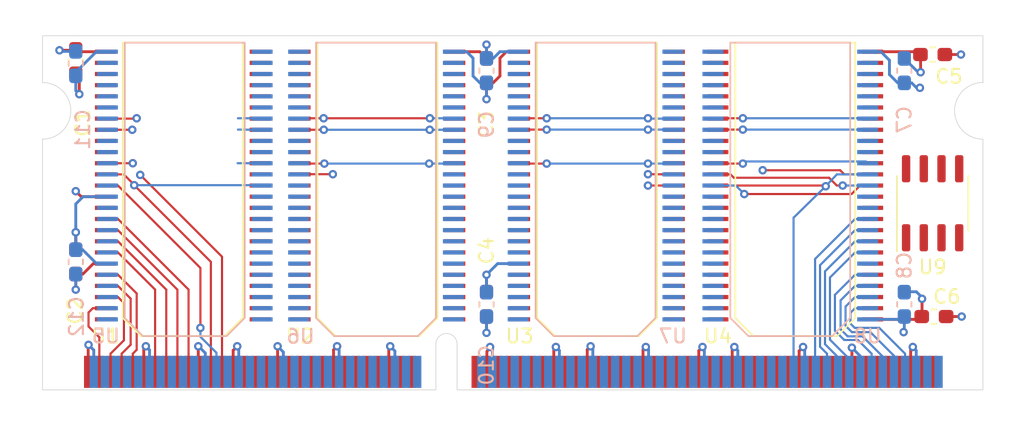
<source format=kicad_pcb>
(kicad_pcb (version 20171130) (host pcbnew "(5.1.5)-3")
  (title_block (title "EDO SORAM SO-DIMM 32/64MB Recreated") (date 2020-05-02) (rev 01))
  (layers (0 F.Cu signal) (1 In1.Cu signal) (2 In2.Cu signal) (31 B.Cu signal) (34 B.Paste user) (35 F.Paste user) (36 B.SilkS user) (37 F.SilkS user) (38 B.Mask user) (39 F.Mask user) (44 Edge.Cuts user))
  (net 0 "")
  (net 1 VSS)
  (net 2 VCC)
  (net 3 /D0)
  (net 4 /D32)
  (net 5 /D1)
  (net 6 /D33)
  (net 7 /D2)
  (net 8 /D34)
  (net 9 /D3)
  (net 10 /D35)
  (net 11 /D4)
  (net 12 /D36)
  (net 13 /D5)
  (net 14 /D37)
  (net 15 /D6)
  (net 16 /D38)
  (net 17 /D7)
  (net 18 /D39)
  (net 19 /CAS0)
  (net 20 /CAS4)
  (net 21 /CAS1)
  (net 22 /CAS5)
  (net 23 /A0)
  (net 24 /A3)
  (net 25 /A1)
  (net 26 /A4)
  (net 27 /A2)
  (net 28 /A5)
  (net 29 /D8)
  (net 30 /D40)
  (net 31 /D9)
  (net 32 /D41)
  (net 33 /D10)
  (net 34 /D42)
  (net 35 /D11)
  (net 36 /D43)
  (net 37 /D12)
  (net 38 /D44)
  (net 39 /D13)
  (net 40 /D45)
  (net 41 /D14)
  (net 42 /D46)
  (net 43 /D15)
  (net 44 /D47)
  (net 45 "Net-(CN1-Pad57)")
  (net 46 "Net-(CN1-Pad58)")
  (net 47 "Net-(CN1-Pad59)")
  (net 48 "Net-(CN1-Pad60)")
  (net 49 "Net-(CN1-Pad61)")
  (net 50 "Net-(CN1-Pad62)")
  (net 51 "Net-(CN1-Pad65)")
  (net 52 "Net-(CN1-Pad66)")
  (net 53 /WE)
  (net 54 "Net-(CN1-Pad68)")
  (net 55 /RAS0)
  (net 56 "Net-(CN1-Pad70)")
  (net 57 /RAS1)
  (net 58 "Net-(CN1-Pad72)")
  (net 59 /OE)
  (net 60 "Net-(CN1-Pad74)")
  (net 61 "Net-(CN1-Pad77)")
  (net 62 "Net-(CN1-Pad78)")
  (net 63 "Net-(CN1-Pad79)")
  (net 64 "Net-(CN1-Pad80)")
  (net 65 /D16)
  (net 66 /D48)
  (net 67 /D17)
  (net 68 /D49)
  (net 69 /D18)
  (net 70 /D50)
  (net 71 /D19)
  (net 72 /D51)
  (net 73 /D20)
  (net 74 /D52)
  (net 75 /D21)
  (net 76 /D53)
  (net 77 /D22)
  (net 78 /D54)
  (net 79 /D23)
  (net 80 /D55)
  (net 81 /A6)
  (net 82 /A7)
  (net 83 /A8)
  (net 84 "Net-(CN1-Pad106)")
  (net 85 /A9)
  (net 86 /A12)
  (net 87 /A10)
  (net 88 /A11)
  (net 89 /CAS2)
  (net 90 /CAS6)
  (net 91 /CAS3)
  (net 92 /CAS7)
  (net 93 /D24)
  (net 94 /D56)
  (net 95 /D25)
  (net 96 /D57)
  (net 97 /D26)
  (net 98 /D58)
  (net 99 /D27)
  (net 100 /D59)
  (net 101 /D28)
  (net 102 /D60)
  (net 103 /D29)
  (net 104 /D61)
  (net 105 /D30)
  (net 106 /D62)
  (net 107 /D31)
  (net 108 /D63)
  (net 109 /SDA)
  (net 110 /SCL)
  (net 111 "Net-(U1-Pad40)")
  (net 112 "Net-(U1-Pad11)")
  (net 113 "Net-(U1-Pad15)")
  (net 114 "Net-(U1-Pad35)")
  (net 115 "Net-(U1-Pad16)")
  (net 116 "Net-(U1-Pad34)")
  (net 117 "Net-(U1-Pad17)")
  (net 118 "Net-(U1-Pad18)")
  (net 119 "Net-(U2-Pad40)")
  (net 120 "Net-(U2-Pad11)")
  (net 121 "Net-(U2-Pad15)")
  (net 122 "Net-(U2-Pad35)")
  (net 123 "Net-(U2-Pad16)")
  (net 124 "Net-(U2-Pad34)")
  (net 125 "Net-(U2-Pad17)")
  (net 126 "Net-(U2-Pad18)")
  (net 127 "Net-(U3-Pad40)")
  (net 128 "Net-(U3-Pad11)")
  (net 129 "Net-(U3-Pad15)")
  (net 130 "Net-(U3-Pad35)")
  (net 131 "Net-(U3-Pad16)")
  (net 132 "Net-(U3-Pad34)")
  (net 133 "Net-(U3-Pad17)")
  (net 134 "Net-(U3-Pad18)")
  (net 135 "Net-(U4-Pad40)")
  (net 136 "Net-(U4-Pad11)")
  (net 137 "Net-(U4-Pad15)")
  (net 138 "Net-(U4-Pad35)")
  (net 139 "Net-(U4-Pad16)")
  (net 140 "Net-(U4-Pad34)")
  (net 141 "Net-(U4-Pad17)")
  (net 142 "Net-(U4-Pad18)")
  (net 143 "Net-(U5-Pad40)")
  (net 144 "Net-(U5-Pad11)")
  (net 145 "Net-(U5-Pad15)")
  (net 146 "Net-(U5-Pad35)")
  (net 147 "Net-(U5-Pad16)")
  (net 148 "Net-(U5-Pad34)")
  (net 149 "Net-(U5-Pad17)")
  (net 150 "Net-(U5-Pad18)")
  (net 151 "Net-(U6-Pad40)")
  (net 152 "Net-(U6-Pad11)")
  (net 153 "Net-(U6-Pad15)")
  (net 154 "Net-(U6-Pad35)")
  (net 155 "Net-(U6-Pad16)")
  (net 156 "Net-(U6-Pad34)")
  (net 157 "Net-(U6-Pad17)")
  (net 158 "Net-(U6-Pad18)")
  (net 159 "Net-(U7-Pad40)")
  (net 160 "Net-(U7-Pad11)")
  (net 161 "Net-(U7-Pad15)")
  (net 162 "Net-(U7-Pad35)")
  (net 163 "Net-(U7-Pad16)")
  (net 164 "Net-(U7-Pad34)")
  (net 165 "Net-(U7-Pad17)")
  (net 166 "Net-(U7-Pad18)")
  (net 167 "Net-(U8-Pad40)")
  (net 168 "Net-(U8-Pad11)")
  (net 169 "Net-(U8-Pad15)")
  (net 170 "Net-(U8-Pad35)")
  (net 171 "Net-(U8-Pad16)")
  (net 172 "Net-(U8-Pad34)")
  (net 173 "Net-(U8-Pad17)")
  (net 174 "Net-(U8-Pad18)")
  (net 175 "Net-(U9-Pad7)")
  (module "EDO RAM Stick Recreated:SOIC-8_3.9x4.9mm_P1.27mm" (layer F.Cu) (at 128.524 63.5 90)
    (fp_text reference U9 (at -4.572 0) (layer F.SilkS))
    (fp_text value 24LC02)
    (pad 8 smd roundrect (at 2.475 -1.905 90) (size 1.95 0.6) (layers F.Cu F.Paste F.Mask) (net 2 VCC))
    (pad 7 smd roundrect (at 2.475 -0.635 90) (size 1.95 0.6) (layers F.Cu F.Paste F.Mask) (net 175 "Net-(U9-Pad7)"))
    (pad 6 smd roundrect (at 2.475 0.635 90) (size 1.95 0.6) (layers F.Cu F.Paste F.Mask) (net 110 /SCL))
    (pad 5 smd roundrect (at 2.475 1.905 90) (size 1.95 0.6) (layers F.Cu F.Paste F.Mask) (net 109 /SDA))
    (pad 4 smd roundrect (at -2.475 1.905 90) (size 1.95 0.6) (layers F.Cu F.Paste F.Mask) (net 1 VSS))
    (pad 3 smd roundrect (at -2.475 0.635 90) (size 1.95 0.6) (layers F.Cu F.Paste F.Mask) (net 1 VSS))
    (pad 2 smd roundrect (at -2.475 -0.635 90) (size 1.95 0.6) (layers F.Cu F.Paste F.Mask) (net 1 VSS))
    (pad 1 smd roundrect (at -2.475 -1.905 90) (size 1.95 0.6) (layers F.Cu F.Paste F.Mask) (net 1 VSS))
  )
  (module "EDO RAM Stick Recreated:SOIC-50" (layer B.Cu) (at 118.11 62.23 90)
    (fp_text reference U8 (at -10.8 5.75 180) (layer B.SilkS) (effects (justify mirror)))
    (fp_text value HM5165165)
    (pad 50 smd rect (at -9.6 5.75 90) (size 0.3 1.5) (layers B.Cu B.Paste B.Mask) (net 1 VSS))
    (pad 1 smd rect (at -9.6 -5.35 90) (size 0.3 1.5) (layers B.Cu B.Paste B.Mask) (net 2 VCC))
    (pad 49 smd rect (at -8.8 5.75 90) (size 0.3 1.5) (layers B.Cu B.Paste B.Mask) (net 108 /D63))
    (pad 2 smd rect (at -8.8 -5.35 90) (size 0.3 1.5) (layers B.Cu B.Paste B.Mask) (net 93 /D24))
    (pad 48 smd rect (at -8 5.75 90) (size 0.3 1.5) (layers B.Cu B.Paste B.Mask) (net 106 /D62))
    (pad 3 smd rect (at -8 -5.35 90) (size 0.3 1.5) (layers B.Cu B.Paste B.Mask) (net 95 /D25))
    (pad 47 smd rect (at -7.2 5.75 90) (size 0.3 1.5) (layers B.Cu B.Paste B.Mask) (net 104 /D61))
    (pad 4 smd rect (at -7.2 -5.35 90) (size 0.3 1.5) (layers B.Cu B.Paste B.Mask) (net 97 /D26))
    (pad 46 smd rect (at -6.4 5.75 90) (size 0.3 1.5) (layers B.Cu B.Paste B.Mask) (net 102 /D60))
    (pad 5 smd rect (at -6.4 -5.35 90) (size 0.3 1.5) (layers B.Cu B.Paste B.Mask) (net 99 /D27))
    (pad 45 smd rect (at -5.6 5.75 90) (size 0.3 1.5) (layers B.Cu B.Paste B.Mask) (net 1 VSS))
    (pad 6 smd rect (at -5.6 -5.35 90) (size 0.3 1.5) (layers B.Cu B.Paste B.Mask) (net 2 VCC))
    (pad 44 smd rect (at -4.8 5.75 90) (size 0.3 1.5) (layers B.Cu B.Paste B.Mask) (net 100 /D59))
    (pad 7 smd rect (at -4.8 -5.35 90) (size 0.3 1.5) (layers B.Cu B.Paste B.Mask) (net 101 /D28))
    (pad 43 smd rect (at -4 5.75 90) (size 0.3 1.5) (layers B.Cu B.Paste B.Mask) (net 98 /D58))
    (pad 8 smd rect (at -4 -5.35 90) (size 0.3 1.5) (layers B.Cu B.Paste B.Mask) (net 103 /D29))
    (pad 42 smd rect (at -3.2 5.75 90) (size 0.3 1.5) (layers B.Cu B.Paste B.Mask) (net 96 /D57))
    (pad 9 smd rect (at -3.2 -5.35 90) (size 0.3 1.5) (layers B.Cu B.Paste B.Mask) (net 105 /D30))
    (pad 41 smd rect (at -2.4 5.75 90) (size 0.3 1.5) (layers B.Cu B.Paste B.Mask) (net 94 /D56))
    (pad 10 smd rect (at -2.4 -5.35 90) (size 0.3 1.5) (layers B.Cu B.Paste B.Mask) (net 107 /D31))
    (pad 40 smd rect (at -1.6 5.75 90) (size 0.3 1.5) (layers B.Cu B.Paste B.Mask) (net 167 "Net-(U8-Pad40)"))
    (pad 11 smd rect (at -1.6 -5.35 90) (size 0.3 1.5) (layers B.Cu B.Paste B.Mask) (net 168 "Net-(U8-Pad11)"))
    (pad 39 smd rect (at -0.8 5.75 90) (size 0.3 1.5) (layers B.Cu B.Paste B.Mask) (net 1 VSS))
    (pad 12 smd rect (at -0.8 -5.35 90) (size 0.3 1.5) (layers B.Cu B.Paste B.Mask) (net 2 VCC))
    (pad 38 smd rect (at 0 5.75 90) (size 0.3 1.5) (layers B.Cu B.Paste B.Mask) (net 91 /CAS3))
    (pad 13 smd rect (at 0 -5.35 90) (size 0.3 1.5) (layers B.Cu B.Paste B.Mask) (net 53 /WE))
    (pad 37 smd rect (at 0.8 5.75 90) (size 0.3 1.5) (layers B.Cu B.Paste B.Mask) (net 92 /CAS7))
    (pad 14 smd rect (at 0.8 -5.35 90) (size 0.3 1.5) (layers B.Cu B.Paste B.Mask) (net 57 /RAS1))
    (pad 36 smd rect (at 1.6 5.75 90) (size 0.3 1.5) (layers B.Cu B.Paste B.Mask) (net 59 /OE))
    (pad 15 smd rect (at 1.6 -5.35 90) (size 0.3 1.5) (layers B.Cu B.Paste B.Mask) (net 169 "Net-(U8-Pad15)"))
    (pad 35 smd rect (at 2.4 5.75 90) (size 0.3 1.5) (layers B.Cu B.Paste B.Mask) (net 170 "Net-(U8-Pad35)"))
    (pad 16 smd rect (at 2.4 -5.35 90) (size 0.3 1.5) (layers B.Cu B.Paste B.Mask) (net 171 "Net-(U8-Pad16)"))
    (pad 34 smd rect (at 3.2 5.75 90) (size 0.3 1.5) (layers B.Cu B.Paste B.Mask) (net 172 "Net-(U8-Pad34)"))
    (pad 17 smd rect (at 3.2 -5.35 90) (size 0.3 1.5) (layers B.Cu B.Paste B.Mask) (net 173 "Net-(U8-Pad17)"))
    (pad 33 smd rect (at 4 5.75 90) (size 0.3 1.5) (layers B.Cu B.Paste B.Mask) (net 86 /A12))
    (pad 18 smd rect (at 4 -5.35 90) (size 0.3 1.5) (layers B.Cu B.Paste B.Mask) (net 174 "Net-(U8-Pad18)"))
    (pad 32 smd rect (at 4.8 5.75 90) (size 0.3 1.5) (layers B.Cu B.Paste B.Mask) (net 88 /A11))
    (pad 19 smd rect (at 4.8 -5.35 90) (size 0.3 1.5) (layers B.Cu B.Paste B.Mask) (net 23 /A0))
    (pad 31 smd rect (at 5.6 5.75 90) (size 0.3 1.5) (layers B.Cu B.Paste B.Mask) (net 87 /A10))
    (pad 20 smd rect (at 5.6 -5.35 90) (size 0.3 1.5) (layers B.Cu B.Paste B.Mask) (net 25 /A1))
    (pad 30 smd rect (at 6.4 5.75 90) (size 0.3 1.5) (layers B.Cu B.Paste B.Mask) (net 85 /A9))
    (pad 21 smd rect (at 6.4 -5.35 90) (size 0.3 1.5) (layers B.Cu B.Paste B.Mask) (net 27 /A2))
    (pad 29 smd rect (at 7.2 5.75 90) (size 0.3 1.5) (layers B.Cu B.Paste B.Mask) (net 83 /A8))
    (pad 22 smd rect (at 7.2 -5.35 90) (size 0.3 1.5) (layers B.Cu B.Paste B.Mask) (net 24 /A3))
    (pad 28 smd rect (at 8 5.75 90) (size 0.3 1.5) (layers B.Cu B.Paste B.Mask) (net 82 /A7))
    (pad 23 smd rect (at 8 -5.35 90) (size 0.3 1.5) (layers B.Cu B.Paste B.Mask) (net 26 /A4))
    (pad 27 smd rect (at 8.8 5.75 90) (size 0.3 1.5) (layers B.Cu B.Paste B.Mask) (net 81 /A6))
    (pad 24 smd rect (at 8.8 -5.35 90) (size 0.3 1.5) (layers B.Cu B.Paste B.Mask) (net 28 /A5))
    (pad 26 smd rect (at 9.6 5.75 90) (size 0.3 1.5) (layers B.Cu B.Paste B.Mask) (net 1 VSS))
    (pad 25 smd rect (at 9.6 -5.35 90) (size 0.3 1.5) (layers B.Cu B.Paste B.Mask) (net 2 VCC))
  )
  (module "EDO RAM Stick Recreated:SOIC-50" (layer B.Cu) (at 104.14 62.23 90)
    (fp_text reference U7 (at -10.8 5.75 180) (layer B.SilkS) (effects (justify mirror)))
    (fp_text value HM5165165)
    (pad 50 smd rect (at -9.6 5.75 90) (size 0.3 1.5) (layers B.Cu B.Paste B.Mask) (net 1 VSS))
    (pad 1 smd rect (at -9.6 -5.35 90) (size 0.3 1.5) (layers B.Cu B.Paste B.Mask) (net 2 VCC))
    (pad 49 smd rect (at -8.8 5.75 90) (size 0.3 1.5) (layers B.Cu B.Paste B.Mask) (net 66 /D48))
    (pad 2 smd rect (at -8.8 -5.35 90) (size 0.3 1.5) (layers B.Cu B.Paste B.Mask) (net 65 /D16))
    (pad 48 smd rect (at -8 5.75 90) (size 0.3 1.5) (layers B.Cu B.Paste B.Mask) (net 68 /D49))
    (pad 3 smd rect (at -8 -5.35 90) (size 0.3 1.5) (layers B.Cu B.Paste B.Mask) (net 67 /D17))
    (pad 47 smd rect (at -7.2 5.75 90) (size 0.3 1.5) (layers B.Cu B.Paste B.Mask) (net 70 /D50))
    (pad 4 smd rect (at -7.2 -5.35 90) (size 0.3 1.5) (layers B.Cu B.Paste B.Mask) (net 69 /D18))
    (pad 46 smd rect (at -6.4 5.75 90) (size 0.3 1.5) (layers B.Cu B.Paste B.Mask) (net 72 /D51))
    (pad 5 smd rect (at -6.4 -5.35 90) (size 0.3 1.5) (layers B.Cu B.Paste B.Mask) (net 71 /D19))
    (pad 45 smd rect (at -5.6 5.75 90) (size 0.3 1.5) (layers B.Cu B.Paste B.Mask) (net 1 VSS))
    (pad 6 smd rect (at -5.6 -5.35 90) (size 0.3 1.5) (layers B.Cu B.Paste B.Mask) (net 2 VCC))
    (pad 44 smd rect (at -4.8 5.75 90) (size 0.3 1.5) (layers B.Cu B.Paste B.Mask) (net 74 /D52))
    (pad 7 smd rect (at -4.8 -5.35 90) (size 0.3 1.5) (layers B.Cu B.Paste B.Mask) (net 73 /D20))
    (pad 43 smd rect (at -4 5.75 90) (size 0.3 1.5) (layers B.Cu B.Paste B.Mask) (net 76 /D53))
    (pad 8 smd rect (at -4 -5.35 90) (size 0.3 1.5) (layers B.Cu B.Paste B.Mask) (net 75 /D21))
    (pad 42 smd rect (at -3.2 5.75 90) (size 0.3 1.5) (layers B.Cu B.Paste B.Mask) (net 78 /D54))
    (pad 9 smd rect (at -3.2 -5.35 90) (size 0.3 1.5) (layers B.Cu B.Paste B.Mask) (net 77 /D22))
    (pad 41 smd rect (at -2.4 5.75 90) (size 0.3 1.5) (layers B.Cu B.Paste B.Mask) (net 80 /D55))
    (pad 10 smd rect (at -2.4 -5.35 90) (size 0.3 1.5) (layers B.Cu B.Paste B.Mask) (net 79 /D23))
    (pad 40 smd rect (at -1.6 5.75 90) (size 0.3 1.5) (layers B.Cu B.Paste B.Mask) (net 159 "Net-(U7-Pad40)"))
    (pad 11 smd rect (at -1.6 -5.35 90) (size 0.3 1.5) (layers B.Cu B.Paste B.Mask) (net 160 "Net-(U7-Pad11)"))
    (pad 39 smd rect (at -0.8 5.75 90) (size 0.3 1.5) (layers B.Cu B.Paste B.Mask) (net 1 VSS))
    (pad 12 smd rect (at -0.8 -5.35 90) (size 0.3 1.5) (layers B.Cu B.Paste B.Mask) (net 2 VCC))
    (pad 38 smd rect (at 0 5.75 90) (size 0.3 1.5) (layers B.Cu B.Paste B.Mask) (net 89 /CAS2))
    (pad 13 smd rect (at 0 -5.35 90) (size 0.3 1.5) (layers B.Cu B.Paste B.Mask) (net 53 /WE))
    (pad 37 smd rect (at 0.8 5.75 90) (size 0.3 1.5) (layers B.Cu B.Paste B.Mask) (net 90 /CAS6))
    (pad 14 smd rect (at 0.8 -5.35 90) (size 0.3 1.5) (layers B.Cu B.Paste B.Mask) (net 57 /RAS1))
    (pad 36 smd rect (at 1.6 5.75 90) (size 0.3 1.5) (layers B.Cu B.Paste B.Mask) (net 59 /OE))
    (pad 15 smd rect (at 1.6 -5.35 90) (size 0.3 1.5) (layers B.Cu B.Paste B.Mask) (net 161 "Net-(U7-Pad15)"))
    (pad 35 smd rect (at 2.4 5.75 90) (size 0.3 1.5) (layers B.Cu B.Paste B.Mask) (net 162 "Net-(U7-Pad35)"))
    (pad 16 smd rect (at 2.4 -5.35 90) (size 0.3 1.5) (layers B.Cu B.Paste B.Mask) (net 163 "Net-(U7-Pad16)"))
    (pad 34 smd rect (at 3.2 5.75 90) (size 0.3 1.5) (layers B.Cu B.Paste B.Mask) (net 164 "Net-(U7-Pad34)"))
    (pad 17 smd rect (at 3.2 -5.35 90) (size 0.3 1.5) (layers B.Cu B.Paste B.Mask) (net 165 "Net-(U7-Pad17)"))
    (pad 33 smd rect (at 4 5.75 90) (size 0.3 1.5) (layers B.Cu B.Paste B.Mask) (net 86 /A12))
    (pad 18 smd rect (at 4 -5.35 90) (size 0.3 1.5) (layers B.Cu B.Paste B.Mask) (net 166 "Net-(U7-Pad18)"))
    (pad 32 smd rect (at 4.8 5.75 90) (size 0.3 1.5) (layers B.Cu B.Paste B.Mask) (net 88 /A11))
    (pad 19 smd rect (at 4.8 -5.35 90) (size 0.3 1.5) (layers B.Cu B.Paste B.Mask) (net 23 /A0))
    (pad 31 smd rect (at 5.6 5.75 90) (size 0.3 1.5) (layers B.Cu B.Paste B.Mask) (net 87 /A10))
    (pad 20 smd rect (at 5.6 -5.35 90) (size 0.3 1.5) (layers B.Cu B.Paste B.Mask) (net 25 /A1))
    (pad 30 smd rect (at 6.4 5.75 90) (size 0.3 1.5) (layers B.Cu B.Paste B.Mask) (net 85 /A9))
    (pad 21 smd rect (at 6.4 -5.35 90) (size 0.3 1.5) (layers B.Cu B.Paste B.Mask) (net 27 /A2))
    (pad 29 smd rect (at 7.2 5.75 90) (size 0.3 1.5) (layers B.Cu B.Paste B.Mask) (net 83 /A8))
    (pad 22 smd rect (at 7.2 -5.35 90) (size 0.3 1.5) (layers B.Cu B.Paste B.Mask) (net 24 /A3))
    (pad 28 smd rect (at 8 5.75 90) (size 0.3 1.5) (layers B.Cu B.Paste B.Mask) (net 82 /A7))
    (pad 23 smd rect (at 8 -5.35 90) (size 0.3 1.5) (layers B.Cu B.Paste B.Mask) (net 26 /A4))
    (pad 27 smd rect (at 8.8 5.75 90) (size 0.3 1.5) (layers B.Cu B.Paste B.Mask) (net 81 /A6))
    (pad 24 smd rect (at 8.8 -5.35 90) (size 0.3 1.5) (layers B.Cu B.Paste B.Mask) (net 28 /A5))
    (pad 26 smd rect (at 9.6 5.75 90) (size 0.3 1.5) (layers B.Cu B.Paste B.Mask) (net 1 VSS))
    (pad 25 smd rect (at 9.6 -5.35 90) (size 0.3 1.5) (layers B.Cu B.Paste B.Mask) (net 2 VCC))
  )
  (module "EDO RAM Stick Recreated:SOIC-50" (layer B.Cu) (at 88.392 62.23 90)
    (fp_text reference U6 (at -10.8204 -5.207 180) (layer B.SilkS) (effects (justify mirror)))
    (fp_text value HM5165165)
    (pad 50 smd rect (at -9.6 5.75 90) (size 0.3 1.5) (layers B.Cu B.Paste B.Mask) (net 1 VSS))
    (pad 1 smd rect (at -9.6 -5.35 90) (size 0.3 1.5) (layers B.Cu B.Paste B.Mask) (net 2 VCC))
    (pad 49 smd rect (at -8.8 5.75 90) (size 0.3 1.5) (layers B.Cu B.Paste B.Mask) (net 30 /D40))
    (pad 2 smd rect (at -8.8 -5.35 90) (size 0.3 1.5) (layers B.Cu B.Paste B.Mask) (net 29 /D8))
    (pad 48 smd rect (at -8 5.75 90) (size 0.3 1.5) (layers B.Cu B.Paste B.Mask) (net 32 /D41))
    (pad 3 smd rect (at -8 -5.35 90) (size 0.3 1.5) (layers B.Cu B.Paste B.Mask) (net 31 /D9))
    (pad 47 smd rect (at -7.2 5.75 90) (size 0.3 1.5) (layers B.Cu B.Paste B.Mask) (net 34 /D42))
    (pad 4 smd rect (at -7.2 -5.35 90) (size 0.3 1.5) (layers B.Cu B.Paste B.Mask) (net 33 /D10))
    (pad 46 smd rect (at -6.4 5.75 90) (size 0.3 1.5) (layers B.Cu B.Paste B.Mask) (net 36 /D43))
    (pad 5 smd rect (at -6.4 -5.35 90) (size 0.3 1.5) (layers B.Cu B.Paste B.Mask) (net 35 /D11))
    (pad 45 smd rect (at -5.6 5.75 90) (size 0.3 1.5) (layers B.Cu B.Paste B.Mask) (net 1 VSS))
    (pad 6 smd rect (at -5.6 -5.35 90) (size 0.3 1.5) (layers B.Cu B.Paste B.Mask) (net 2 VCC))
    (pad 44 smd rect (at -4.8 5.75 90) (size 0.3 1.5) (layers B.Cu B.Paste B.Mask) (net 38 /D44))
    (pad 7 smd rect (at -4.8 -5.35 90) (size 0.3 1.5) (layers B.Cu B.Paste B.Mask) (net 37 /D12))
    (pad 43 smd rect (at -4 5.75 90) (size 0.3 1.5) (layers B.Cu B.Paste B.Mask) (net 40 /D45))
    (pad 8 smd rect (at -4 -5.35 90) (size 0.3 1.5) (layers B.Cu B.Paste B.Mask) (net 39 /D13))
    (pad 42 smd rect (at -3.2 5.75 90) (size 0.3 1.5) (layers B.Cu B.Paste B.Mask) (net 42 /D46))
    (pad 9 smd rect (at -3.2 -5.35 90) (size 0.3 1.5) (layers B.Cu B.Paste B.Mask) (net 41 /D14))
    (pad 41 smd rect (at -2.4 5.75 90) (size 0.3 1.5) (layers B.Cu B.Paste B.Mask) (net 44 /D47))
    (pad 10 smd rect (at -2.4 -5.35 90) (size 0.3 1.5) (layers B.Cu B.Paste B.Mask) (net 43 /D15))
    (pad 40 smd rect (at -1.6 5.75 90) (size 0.3 1.5) (layers B.Cu B.Paste B.Mask) (net 151 "Net-(U6-Pad40)"))
    (pad 11 smd rect (at -1.6 -5.35 90) (size 0.3 1.5) (layers B.Cu B.Paste B.Mask) (net 152 "Net-(U6-Pad11)"))
    (pad 39 smd rect (at -0.8 5.75 90) (size 0.3 1.5) (layers B.Cu B.Paste B.Mask) (net 1 VSS))
    (pad 12 smd rect (at -0.8 -5.35 90) (size 0.3 1.5) (layers B.Cu B.Paste B.Mask) (net 2 VCC))
    (pad 38 smd rect (at 0 5.75 90) (size 0.3 1.5) (layers B.Cu B.Paste B.Mask) (net 21 /CAS1))
    (pad 13 smd rect (at 0 -5.35 90) (size 0.3 1.5) (layers B.Cu B.Paste B.Mask) (net 53 /WE))
    (pad 37 smd rect (at 0.8 5.75 90) (size 0.3 1.5) (layers B.Cu B.Paste B.Mask) (net 22 /CAS5))
    (pad 14 smd rect (at 0.8 -5.35 90) (size 0.3 1.5) (layers B.Cu B.Paste B.Mask) (net 57 /RAS1))
    (pad 36 smd rect (at 1.6 5.75 90) (size 0.3 1.5) (layers B.Cu B.Paste B.Mask) (net 59 /OE))
    (pad 15 smd rect (at 1.6 -5.35 90) (size 0.3 1.5) (layers B.Cu B.Paste B.Mask) (net 153 "Net-(U6-Pad15)"))
    (pad 35 smd rect (at 2.4 5.75 90) (size 0.3 1.5) (layers B.Cu B.Paste B.Mask) (net 154 "Net-(U6-Pad35)"))
    (pad 16 smd rect (at 2.4 -5.35 90) (size 0.3 1.5) (layers B.Cu B.Paste B.Mask) (net 155 "Net-(U6-Pad16)"))
    (pad 34 smd rect (at 3.2 5.75 90) (size 0.3 1.5) (layers B.Cu B.Paste B.Mask) (net 156 "Net-(U6-Pad34)"))
    (pad 17 smd rect (at 3.2 -5.35 90) (size 0.3 1.5) (layers B.Cu B.Paste B.Mask) (net 157 "Net-(U6-Pad17)"))
    (pad 33 smd rect (at 4 5.75 90) (size 0.3 1.5) (layers B.Cu B.Paste B.Mask) (net 86 /A12))
    (pad 18 smd rect (at 4 -5.35 90) (size 0.3 1.5) (layers B.Cu B.Paste B.Mask) (net 158 "Net-(U6-Pad18)"))
    (pad 32 smd rect (at 4.8 5.75 90) (size 0.3 1.5) (layers B.Cu B.Paste B.Mask) (net 88 /A11))
    (pad 19 smd rect (at 4.8 -5.35 90) (size 0.3 1.5) (layers B.Cu B.Paste B.Mask) (net 23 /A0))
    (pad 31 smd rect (at 5.6 5.75 90) (size 0.3 1.5) (layers B.Cu B.Paste B.Mask) (net 87 /A10))
    (pad 20 smd rect (at 5.6 -5.35 90) (size 0.3 1.5) (layers B.Cu B.Paste B.Mask) (net 25 /A1))
    (pad 30 smd rect (at 6.4 5.75 90) (size 0.3 1.5) (layers B.Cu B.Paste B.Mask) (net 85 /A9))
    (pad 21 smd rect (at 6.4 -5.35 90) (size 0.3 1.5) (layers B.Cu B.Paste B.Mask) (net 27 /A2))
    (pad 29 smd rect (at 7.2 5.75 90) (size 0.3 1.5) (layers B.Cu B.Paste B.Mask) (net 83 /A8))
    (pad 22 smd rect (at 7.2 -5.35 90) (size 0.3 1.5) (layers B.Cu B.Paste B.Mask) (net 24 /A3))
    (pad 28 smd rect (at 8 5.75 90) (size 0.3 1.5) (layers B.Cu B.Paste B.Mask) (net 82 /A7))
    (pad 23 smd rect (at 8 -5.35 90) (size 0.3 1.5) (layers B.Cu B.Paste B.Mask) (net 26 /A4))
    (pad 27 smd rect (at 8.8 5.75 90) (size 0.3 1.5) (layers B.Cu B.Paste B.Mask) (net 81 /A6))
    (pad 24 smd rect (at 8.8 -5.35 90) (size 0.3 1.5) (layers B.Cu B.Paste B.Mask) (net 28 /A5))
    (pad 26 smd rect (at 9.6 5.75 90) (size 0.3 1.5) (layers B.Cu B.Paste B.Mask) (net 1 VSS))
    (pad 25 smd rect (at 9.6 -5.35 90) (size 0.3 1.5) (layers B.Cu B.Paste B.Mask) (net 2 VCC))
  )
  (module "EDO RAM Stick Recreated:SOIC-50" (layer B.Cu) (at 74.676 62.23 90)
    (fp_text reference U5 (at -10.8 -5.461 180) (layer B.SilkS) (effects (justify mirror)))
    (fp_text value HM5165165)
    (pad 50 smd rect (at -9.6 5.75 90) (size 0.3 1.5) (layers B.Cu B.Paste B.Mask) (net 1 VSS))
    (pad 1 smd rect (at -9.6 -5.35 90) (size 0.3 1.5) (layers B.Cu B.Paste B.Mask) (net 2 VCC))
    (pad 49 smd rect (at -8.8 5.75 90) (size 0.3 1.5) (layers B.Cu B.Paste B.Mask) (net 4 /D32))
    (pad 2 smd rect (at -8.8 -5.35 90) (size 0.3 1.5) (layers B.Cu B.Paste B.Mask) (net 3 /D0))
    (pad 48 smd rect (at -8 5.75 90) (size 0.3 1.5) (layers B.Cu B.Paste B.Mask) (net 6 /D33))
    (pad 3 smd rect (at -8 -5.35 90) (size 0.3 1.5) (layers B.Cu B.Paste B.Mask) (net 5 /D1))
    (pad 47 smd rect (at -7.2 5.75 90) (size 0.3 1.5) (layers B.Cu B.Paste B.Mask) (net 8 /D34))
    (pad 4 smd rect (at -7.2 -5.35 90) (size 0.3 1.5) (layers B.Cu B.Paste B.Mask) (net 7 /D2))
    (pad 46 smd rect (at -6.4 5.75 90) (size 0.3 1.5) (layers B.Cu B.Paste B.Mask) (net 10 /D35))
    (pad 5 smd rect (at -6.4 -5.35 90) (size 0.3 1.5) (layers B.Cu B.Paste B.Mask) (net 9 /D3))
    (pad 45 smd rect (at -5.6 5.75 90) (size 0.3 1.5) (layers B.Cu B.Paste B.Mask) (net 1 VSS))
    (pad 6 smd rect (at -5.6 -5.35 90) (size 0.3 1.5) (layers B.Cu B.Paste B.Mask) (net 2 VCC))
    (pad 44 smd rect (at -4.8 5.75 90) (size 0.3 1.5) (layers B.Cu B.Paste B.Mask) (net 12 /D36))
    (pad 7 smd rect (at -4.8 -5.35 90) (size 0.3 1.5) (layers B.Cu B.Paste B.Mask) (net 11 /D4))
    (pad 43 smd rect (at -4 5.75 90) (size 0.3 1.5) (layers B.Cu B.Paste B.Mask) (net 14 /D37))
    (pad 8 smd rect (at -4 -5.35 90) (size 0.3 1.5) (layers B.Cu B.Paste B.Mask) (net 13 /D5))
    (pad 42 smd rect (at -3.2 5.75 90) (size 0.3 1.5) (layers B.Cu B.Paste B.Mask) (net 16 /D38))
    (pad 9 smd rect (at -3.2 -5.35 90) (size 0.3 1.5) (layers B.Cu B.Paste B.Mask) (net 15 /D6))
    (pad 41 smd rect (at -2.4 5.75 90) (size 0.3 1.5) (layers B.Cu B.Paste B.Mask) (net 18 /D39))
    (pad 10 smd rect (at -2.4 -5.35 90) (size 0.3 1.5) (layers B.Cu B.Paste B.Mask) (net 17 /D7))
    (pad 40 smd rect (at -1.6 5.75 90) (size 0.3 1.5) (layers B.Cu B.Paste B.Mask) (net 143 "Net-(U5-Pad40)"))
    (pad 11 smd rect (at -1.6 -5.35 90) (size 0.3 1.5) (layers B.Cu B.Paste B.Mask) (net 144 "Net-(U5-Pad11)"))
    (pad 39 smd rect (at -0.8 5.75 90) (size 0.3 1.5) (layers B.Cu B.Paste B.Mask) (net 1 VSS))
    (pad 12 smd rect (at -0.8 -5.35 90) (size 0.3 1.5) (layers B.Cu B.Paste B.Mask) (net 2 VCC))
    (pad 38 smd rect (at 0 5.75 90) (size 0.3 1.5) (layers B.Cu B.Paste B.Mask) (net 19 /CAS0))
    (pad 13 smd rect (at 0 -5.35 90) (size 0.3 1.5) (layers B.Cu B.Paste B.Mask) (net 53 /WE))
    (pad 37 smd rect (at 0.8 5.75 90) (size 0.3 1.5) (layers B.Cu B.Paste B.Mask) (net 20 /CAS4))
    (pad 14 smd rect (at 0.8 -5.35 90) (size 0.3 1.5) (layers B.Cu B.Paste B.Mask) (net 57 /RAS1))
    (pad 36 smd rect (at 1.6 5.75 90) (size 0.3 1.5) (layers B.Cu B.Paste B.Mask) (net 59 /OE))
    (pad 15 smd rect (at 1.6 -5.35 90) (size 0.3 1.5) (layers B.Cu B.Paste B.Mask) (net 145 "Net-(U5-Pad15)"))
    (pad 35 smd rect (at 2.4 5.75 90) (size 0.3 1.5) (layers B.Cu B.Paste B.Mask) (net 146 "Net-(U5-Pad35)"))
    (pad 16 smd rect (at 2.4 -5.35 90) (size 0.3 1.5) (layers B.Cu B.Paste B.Mask) (net 147 "Net-(U5-Pad16)"))
    (pad 34 smd rect (at 3.2 5.75 90) (size 0.3 1.5) (layers B.Cu B.Paste B.Mask) (net 148 "Net-(U5-Pad34)"))
    (pad 17 smd rect (at 3.2 -5.35 90) (size 0.3 1.5) (layers B.Cu B.Paste B.Mask) (net 149 "Net-(U5-Pad17)"))
    (pad 33 smd rect (at 4 5.75 90) (size 0.3 1.5) (layers B.Cu B.Paste B.Mask) (net 86 /A12))
    (pad 18 smd rect (at 4 -5.35 90) (size 0.3 1.5) (layers B.Cu B.Paste B.Mask) (net 150 "Net-(U5-Pad18)"))
    (pad 32 smd rect (at 4.8 5.75 90) (size 0.3 1.5) (layers B.Cu B.Paste B.Mask) (net 88 /A11))
    (pad 19 smd rect (at 4.8 -5.35 90) (size 0.3 1.5) (layers B.Cu B.Paste B.Mask) (net 23 /A0))
    (pad 31 smd rect (at 5.6 5.75 90) (size 0.3 1.5) (layers B.Cu B.Paste B.Mask) (net 87 /A10))
    (pad 20 smd rect (at 5.6 -5.35 90) (size 0.3 1.5) (layers B.Cu B.Paste B.Mask) (net 25 /A1))
    (pad 30 smd rect (at 6.4 5.75 90) (size 0.3 1.5) (layers B.Cu B.Paste B.Mask) (net 85 /A9))
    (pad 21 smd rect (at 6.4 -5.35 90) (size 0.3 1.5) (layers B.Cu B.Paste B.Mask) (net 27 /A2))
    (pad 29 smd rect (at 7.2 5.75 90) (size 0.3 1.5) (layers B.Cu B.Paste B.Mask) (net 83 /A8))
    (pad 22 smd rect (at 7.2 -5.35 90) (size 0.3 1.5) (layers B.Cu B.Paste B.Mask) (net 24 /A3))
    (pad 28 smd rect (at 8 5.75 90) (size 0.3 1.5) (layers B.Cu B.Paste B.Mask) (net 82 /A7))
    (pad 23 smd rect (at 8 -5.35 90) (size 0.3 1.5) (layers B.Cu B.Paste B.Mask) (net 26 /A4))
    (pad 27 smd rect (at 8.8 5.75 90) (size 0.3 1.5) (layers B.Cu B.Paste B.Mask) (net 81 /A6))
    (pad 24 smd rect (at 8.8 -5.35 90) (size 0.3 1.5) (layers B.Cu B.Paste B.Mask) (net 28 /A5))
    (pad 26 smd rect (at 9.6 5.75 90) (size 0.3 1.5) (layers B.Cu B.Paste B.Mask) (net 1 VSS))
    (pad 25 smd rect (at 9.6 -5.35 90) (size 0.3 1.5) (layers B.Cu B.Paste B.Mask) (net 2 VCC))
  )
  (module "EDO RAM Stick Recreated:SOIC-50" (layer F.Cu) (at 118.872 62.23 90)
    (fp_text reference U4 (at -10.8 -5.75) (layer F.SilkS))
    (fp_text value HM5165165)
    (pad 50 smd rect (at -9.6 -5.75 90) (size 0.3 1.5) (layers F.Cu F.Paste F.Mask) (net 1 VSS))
    (pad 1 smd rect (at -9.6 5.35 90) (size 0.3 1.5) (layers F.Cu F.Paste F.Mask) (net 2 VCC))
    (pad 49 smd rect (at -8.8 -5.75 90) (size 0.3 1.5) (layers F.Cu F.Paste F.Mask) (net 93 /D24))
    (pad 2 smd rect (at -8.8 5.35 90) (size 0.3 1.5) (layers F.Cu F.Paste F.Mask) (net 94 /D56))
    (pad 48 smd rect (at -8 -5.75 90) (size 0.3 1.5) (layers F.Cu F.Paste F.Mask) (net 95 /D25))
    (pad 3 smd rect (at -8 5.35 90) (size 0.3 1.5) (layers F.Cu F.Paste F.Mask) (net 96 /D57))
    (pad 47 smd rect (at -7.2 -5.75 90) (size 0.3 1.5) (layers F.Cu F.Paste F.Mask) (net 97 /D26))
    (pad 4 smd rect (at -7.2 5.35 90) (size 0.3 1.5) (layers F.Cu F.Paste F.Mask) (net 98 /D58))
    (pad 46 smd rect (at -6.4 -5.75 90) (size 0.3 1.5) (layers F.Cu F.Paste F.Mask) (net 99 /D27))
    (pad 5 smd rect (at -6.4 5.35 90) (size 0.3 1.5) (layers F.Cu F.Paste F.Mask) (net 100 /D59))
    (pad 45 smd rect (at -5.6 -5.75 90) (size 0.3 1.5) (layers F.Cu F.Paste F.Mask) (net 1 VSS))
    (pad 6 smd rect (at -5.6 5.35 90) (size 0.3 1.5) (layers F.Cu F.Paste F.Mask) (net 2 VCC))
    (pad 44 smd rect (at -4.8 -5.75 90) (size 0.3 1.5) (layers F.Cu F.Paste F.Mask) (net 101 /D28))
    (pad 7 smd rect (at -4.8 5.35 90) (size 0.3 1.5) (layers F.Cu F.Paste F.Mask) (net 102 /D60))
    (pad 43 smd rect (at -4 -5.75 90) (size 0.3 1.5) (layers F.Cu F.Paste F.Mask) (net 103 /D29))
    (pad 8 smd rect (at -4 5.35 90) (size 0.3 1.5) (layers F.Cu F.Paste F.Mask) (net 104 /D61))
    (pad 42 smd rect (at -3.2 -5.75 90) (size 0.3 1.5) (layers F.Cu F.Paste F.Mask) (net 105 /D30))
    (pad 9 smd rect (at -3.2 5.35 90) (size 0.3 1.5) (layers F.Cu F.Paste F.Mask) (net 106 /D62))
    (pad 41 smd rect (at -2.4 -5.75 90) (size 0.3 1.5) (layers F.Cu F.Paste F.Mask) (net 107 /D31))
    (pad 10 smd rect (at -2.4 5.35 90) (size 0.3 1.5) (layers F.Cu F.Paste F.Mask) (net 108 /D63))
    (pad 40 smd rect (at -1.6 -5.75 90) (size 0.3 1.5) (layers F.Cu F.Paste F.Mask) (net 135 "Net-(U4-Pad40)"))
    (pad 11 smd rect (at -1.6 5.35 90) (size 0.3 1.5) (layers F.Cu F.Paste F.Mask) (net 136 "Net-(U4-Pad11)"))
    (pad 39 smd rect (at -0.8 -5.75 90) (size 0.3 1.5) (layers F.Cu F.Paste F.Mask) (net 1 VSS))
    (pad 12 smd rect (at -0.8 5.35 90) (size 0.3 1.5) (layers F.Cu F.Paste F.Mask) (net 2 VCC))
    (pad 38 smd rect (at 0 -5.75 90) (size 0.3 1.5) (layers F.Cu F.Paste F.Mask) (net 92 /CAS7))
    (pad 13 smd rect (at 0 5.35 90) (size 0.3 1.5) (layers F.Cu F.Paste F.Mask) (net 53 /WE))
    (pad 37 smd rect (at 0.8 -5.75 90) (size 0.3 1.5) (layers F.Cu F.Paste F.Mask) (net 91 /CAS3))
    (pad 14 smd rect (at 0.8 5.35 90) (size 0.3 1.5) (layers F.Cu F.Paste F.Mask) (net 55 /RAS0))
    (pad 36 smd rect (at 1.6 -5.75 90) (size 0.3 1.5) (layers F.Cu F.Paste F.Mask) (net 59 /OE))
    (pad 15 smd rect (at 1.6 5.35 90) (size 0.3 1.5) (layers F.Cu F.Paste F.Mask) (net 137 "Net-(U4-Pad15)"))
    (pad 35 smd rect (at 2.4 -5.75 90) (size 0.3 1.5) (layers F.Cu F.Paste F.Mask) (net 138 "Net-(U4-Pad35)"))
    (pad 16 smd rect (at 2.4 5.35 90) (size 0.3 1.5) (layers F.Cu F.Paste F.Mask) (net 139 "Net-(U4-Pad16)"))
    (pad 34 smd rect (at 3.2 -5.75 90) (size 0.3 1.5) (layers F.Cu F.Paste F.Mask) (net 140 "Net-(U4-Pad34)"))
    (pad 17 smd rect (at 3.2 5.35 90) (size 0.3 1.5) (layers F.Cu F.Paste F.Mask) (net 141 "Net-(U4-Pad17)"))
    (pad 33 smd rect (at 4 -5.75 90) (size 0.3 1.5) (layers F.Cu F.Paste F.Mask) (net 86 /A12))
    (pad 18 smd rect (at 4 5.35 90) (size 0.3 1.5) (layers F.Cu F.Paste F.Mask) (net 142 "Net-(U4-Pad18)"))
    (pad 32 smd rect (at 4.8 -5.75 90) (size 0.3 1.5) (layers F.Cu F.Paste F.Mask) (net 88 /A11))
    (pad 19 smd rect (at 4.8 5.35 90) (size 0.3 1.5) (layers F.Cu F.Paste F.Mask) (net 23 /A0))
    (pad 31 smd rect (at 5.6 -5.75 90) (size 0.3 1.5) (layers F.Cu F.Paste F.Mask) (net 87 /A10))
    (pad 20 smd rect (at 5.6 5.35 90) (size 0.3 1.5) (layers F.Cu F.Paste F.Mask) (net 25 /A1))
    (pad 30 smd rect (at 6.4 -5.75 90) (size 0.3 1.5) (layers F.Cu F.Paste F.Mask) (net 85 /A9))
    (pad 21 smd rect (at 6.4 5.35 90) (size 0.3 1.5) (layers F.Cu F.Paste F.Mask) (net 27 /A2))
    (pad 29 smd rect (at 7.2 -5.75 90) (size 0.3 1.5) (layers F.Cu F.Paste F.Mask) (net 83 /A8))
    (pad 22 smd rect (at 7.2 5.35 90) (size 0.3 1.5) (layers F.Cu F.Paste F.Mask) (net 24 /A3))
    (pad 28 smd rect (at 8 -5.75 90) (size 0.3 1.5) (layers F.Cu F.Paste F.Mask) (net 82 /A7))
    (pad 23 smd rect (at 8 5.35 90) (size 0.3 1.5) (layers F.Cu F.Paste F.Mask) (net 26 /A4))
    (pad 27 smd rect (at 8.8 -5.75 90) (size 0.3 1.5) (layers F.Cu F.Paste F.Mask) (net 81 /A6))
    (pad 24 smd rect (at 8.8 5.35 90) (size 0.3 1.5) (layers F.Cu F.Paste F.Mask) (net 28 /A5))
    (pad 26 smd rect (at 9.6 -5.75 90) (size 0.3 1.5) (layers F.Cu F.Paste F.Mask) (net 1 VSS))
    (pad 25 smd rect (at 9.6 5.35 90) (size 0.3 1.5) (layers F.Cu F.Paste F.Mask) (net 2 VCC))
  )
  (module "EDO RAM Stick Recreated:SOIC-50" (layer F.Cu) (at 104.648 62.23 90)
    (fp_text reference U3 (at -10.8 -5.75) (layer F.SilkS))
    (fp_text value HM5165165)
    (pad 50 smd rect (at -9.6 -5.75 90) (size 0.3 1.5) (layers F.Cu F.Paste F.Mask) (net 1 VSS))
    (pad 1 smd rect (at -9.6 5.35 90) (size 0.3 1.5) (layers F.Cu F.Paste F.Mask) (net 2 VCC))
    (pad 49 smd rect (at -8.8 -5.75 90) (size 0.3 1.5) (layers F.Cu F.Paste F.Mask) (net 65 /D16))
    (pad 2 smd rect (at -8.8 5.35 90) (size 0.3 1.5) (layers F.Cu F.Paste F.Mask) (net 66 /D48))
    (pad 48 smd rect (at -8 -5.75 90) (size 0.3 1.5) (layers F.Cu F.Paste F.Mask) (net 67 /D17))
    (pad 3 smd rect (at -8 5.35 90) (size 0.3 1.5) (layers F.Cu F.Paste F.Mask) (net 68 /D49))
    (pad 47 smd rect (at -7.2 -5.75 90) (size 0.3 1.5) (layers F.Cu F.Paste F.Mask) (net 69 /D18))
    (pad 4 smd rect (at -7.2 5.35 90) (size 0.3 1.5) (layers F.Cu F.Paste F.Mask) (net 70 /D50))
    (pad 46 smd rect (at -6.4 -5.75 90) (size 0.3 1.5) (layers F.Cu F.Paste F.Mask) (net 71 /D19))
    (pad 5 smd rect (at -6.4 5.35 90) (size 0.3 1.5) (layers F.Cu F.Paste F.Mask) (net 72 /D51))
    (pad 45 smd rect (at -5.6 -5.75 90) (size 0.3 1.5) (layers F.Cu F.Paste F.Mask) (net 1 VSS))
    (pad 6 smd rect (at -5.6 5.35 90) (size 0.3 1.5) (layers F.Cu F.Paste F.Mask) (net 2 VCC))
    (pad 44 smd rect (at -4.8 -5.75 90) (size 0.3 1.5) (layers F.Cu F.Paste F.Mask) (net 73 /D20))
    (pad 7 smd rect (at -4.8 5.35 90) (size 0.3 1.5) (layers F.Cu F.Paste F.Mask) (net 74 /D52))
    (pad 43 smd rect (at -4 -5.75 90) (size 0.3 1.5) (layers F.Cu F.Paste F.Mask) (net 75 /D21))
    (pad 8 smd rect (at -4 5.35 90) (size 0.3 1.5) (layers F.Cu F.Paste F.Mask) (net 76 /D53))
    (pad 42 smd rect (at -3.2 -5.75 90) (size 0.3 1.5) (layers F.Cu F.Paste F.Mask) (net 77 /D22))
    (pad 9 smd rect (at -3.2 5.35 90) (size 0.3 1.5) (layers F.Cu F.Paste F.Mask) (net 78 /D54))
    (pad 41 smd rect (at -2.4 -5.75 90) (size 0.3 1.5) (layers F.Cu F.Paste F.Mask) (net 79 /D23))
    (pad 10 smd rect (at -2.4 5.35 90) (size 0.3 1.5) (layers F.Cu F.Paste F.Mask) (net 80 /D55))
    (pad 40 smd rect (at -1.6 -5.75 90) (size 0.3 1.5) (layers F.Cu F.Paste F.Mask) (net 127 "Net-(U3-Pad40)"))
    (pad 11 smd rect (at -1.6 5.35 90) (size 0.3 1.5) (layers F.Cu F.Paste F.Mask) (net 128 "Net-(U3-Pad11)"))
    (pad 39 smd rect (at -0.8 -5.75 90) (size 0.3 1.5) (layers F.Cu F.Paste F.Mask) (net 1 VSS))
    (pad 12 smd rect (at -0.8 5.35 90) (size 0.3 1.5) (layers F.Cu F.Paste F.Mask) (net 2 VCC))
    (pad 38 smd rect (at 0 -5.75 90) (size 0.3 1.5) (layers F.Cu F.Paste F.Mask) (net 90 /CAS6))
    (pad 13 smd rect (at 0 5.35 90) (size 0.3 1.5) (layers F.Cu F.Paste F.Mask) (net 53 /WE))
    (pad 37 smd rect (at 0.8 -5.75 90) (size 0.3 1.5) (layers F.Cu F.Paste F.Mask) (net 89 /CAS2))
    (pad 14 smd rect (at 0.8 5.35 90) (size 0.3 1.5) (layers F.Cu F.Paste F.Mask) (net 55 /RAS0))
    (pad 36 smd rect (at 1.6 -5.75 90) (size 0.3 1.5) (layers F.Cu F.Paste F.Mask) (net 59 /OE))
    (pad 15 smd rect (at 1.6 5.35 90) (size 0.3 1.5) (layers F.Cu F.Paste F.Mask) (net 129 "Net-(U3-Pad15)"))
    (pad 35 smd rect (at 2.4 -5.75 90) (size 0.3 1.5) (layers F.Cu F.Paste F.Mask) (net 130 "Net-(U3-Pad35)"))
    (pad 16 smd rect (at 2.4 5.35 90) (size 0.3 1.5) (layers F.Cu F.Paste F.Mask) (net 131 "Net-(U3-Pad16)"))
    (pad 34 smd rect (at 3.2 -5.75 90) (size 0.3 1.5) (layers F.Cu F.Paste F.Mask) (net 132 "Net-(U3-Pad34)"))
    (pad 17 smd rect (at 3.2 5.35 90) (size 0.3 1.5) (layers F.Cu F.Paste F.Mask) (net 133 "Net-(U3-Pad17)"))
    (pad 33 smd rect (at 4 -5.75 90) (size 0.3 1.5) (layers F.Cu F.Paste F.Mask) (net 86 /A12))
    (pad 18 smd rect (at 4 5.35 90) (size 0.3 1.5) (layers F.Cu F.Paste F.Mask) (net 134 "Net-(U3-Pad18)"))
    (pad 32 smd rect (at 4.8 -5.75 90) (size 0.3 1.5) (layers F.Cu F.Paste F.Mask) (net 88 /A11))
    (pad 19 smd rect (at 4.8 5.35 90) (size 0.3 1.5) (layers F.Cu F.Paste F.Mask) (net 23 /A0))
    (pad 31 smd rect (at 5.6 -5.75 90) (size 0.3 1.5) (layers F.Cu F.Paste F.Mask) (net 87 /A10))
    (pad 20 smd rect (at 5.6 5.35 90) (size 0.3 1.5) (layers F.Cu F.Paste F.Mask) (net 25 /A1))
    (pad 30 smd rect (at 6.4 -5.75 90) (size 0.3 1.5) (layers F.Cu F.Paste F.Mask) (net 85 /A9))
    (pad 21 smd rect (at 6.4 5.35 90) (size 0.3 1.5) (layers F.Cu F.Paste F.Mask) (net 27 /A2))
    (pad 29 smd rect (at 7.2 -5.75 90) (size 0.3 1.5) (layers F.Cu F.Paste F.Mask) (net 83 /A8))
    (pad 22 smd rect (at 7.2 5.35 90) (size 0.3 1.5) (layers F.Cu F.Paste F.Mask) (net 24 /A3))
    (pad 28 smd rect (at 8 -5.75 90) (size 0.3 1.5) (layers F.Cu F.Paste F.Mask) (net 82 /A7))
    (pad 23 smd rect (at 8 5.35 90) (size 0.3 1.5) (layers F.Cu F.Paste F.Mask) (net 26 /A4))
    (pad 27 smd rect (at 8.8 -5.75 90) (size 0.3 1.5) (layers F.Cu F.Paste F.Mask) (net 81 /A6))
    (pad 24 smd rect (at 8.8 5.35 90) (size 0.3 1.5) (layers F.Cu F.Paste F.Mask) (net 28 /A5))
    (pad 26 smd rect (at 9.6 -5.75 90) (size 0.3 1.5) (layers F.Cu F.Paste F.Mask) (net 1 VSS))
    (pad 25 smd rect (at 9.6 5.35 90) (size 0.3 1.5) (layers F.Cu F.Paste F.Mask) (net 2 VCC))
  )
  (module "EDO RAM Stick Recreated:SOIC-50" (layer F.Cu) (at 88.9 62.23 90)
    (fp_text reference U2 (at -10.8 -5.75) (layer F.SilkS))
    (fp_text value HM5165165)
    (pad 50 smd rect (at -9.6 -5.75 90) (size 0.3 1.5) (layers F.Cu F.Paste F.Mask) (net 1 VSS))
    (pad 1 smd rect (at -9.6 5.35 90) (size 0.3 1.5) (layers F.Cu F.Paste F.Mask) (net 2 VCC))
    (pad 49 smd rect (at -8.8 -5.75 90) (size 0.3 1.5) (layers F.Cu F.Paste F.Mask) (net 29 /D8))
    (pad 2 smd rect (at -8.8 5.35 90) (size 0.3 1.5) (layers F.Cu F.Paste F.Mask) (net 30 /D40))
    (pad 48 smd rect (at -8 -5.75 90) (size 0.3 1.5) (layers F.Cu F.Paste F.Mask) (net 31 /D9))
    (pad 3 smd rect (at -8 5.35 90) (size 0.3 1.5) (layers F.Cu F.Paste F.Mask) (net 32 /D41))
    (pad 47 smd rect (at -7.2 -5.75 90) (size 0.3 1.5) (layers F.Cu F.Paste F.Mask) (net 33 /D10))
    (pad 4 smd rect (at -7.2 5.35 90) (size 0.3 1.5) (layers F.Cu F.Paste F.Mask) (net 34 /D42))
    (pad 46 smd rect (at -6.4 -5.75 90) (size 0.3 1.5) (layers F.Cu F.Paste F.Mask) (net 35 /D11))
    (pad 5 smd rect (at -6.4 5.35 90) (size 0.3 1.5) (layers F.Cu F.Paste F.Mask) (net 36 /D43))
    (pad 45 smd rect (at -5.6 -5.75 90) (size 0.3 1.5) (layers F.Cu F.Paste F.Mask) (net 1 VSS))
    (pad 6 smd rect (at -5.6 5.35 90) (size 0.3 1.5) (layers F.Cu F.Paste F.Mask) (net 2 VCC))
    (pad 44 smd rect (at -4.8 -5.75 90) (size 0.3 1.5) (layers F.Cu F.Paste F.Mask) (net 37 /D12))
    (pad 7 smd rect (at -4.8 5.35 90) (size 0.3 1.5) (layers F.Cu F.Paste F.Mask) (net 38 /D44))
    (pad 43 smd rect (at -4 -5.75 90) (size 0.3 1.5) (layers F.Cu F.Paste F.Mask) (net 39 /D13))
    (pad 8 smd rect (at -4 5.35 90) (size 0.3 1.5) (layers F.Cu F.Paste F.Mask) (net 40 /D45))
    (pad 42 smd rect (at -3.2 -5.75 90) (size 0.3 1.5) (layers F.Cu F.Paste F.Mask) (net 41 /D14))
    (pad 9 smd rect (at -3.2 5.35 90) (size 0.3 1.5) (layers F.Cu F.Paste F.Mask) (net 42 /D46))
    (pad 41 smd rect (at -2.4 -5.75 90) (size 0.3 1.5) (layers F.Cu F.Paste F.Mask) (net 43 /D15))
    (pad 10 smd rect (at -2.4 5.35 90) (size 0.3 1.5) (layers F.Cu F.Paste F.Mask) (net 44 /D47))
    (pad 40 smd rect (at -1.6 -5.75 90) (size 0.3 1.5) (layers F.Cu F.Paste F.Mask) (net 119 "Net-(U2-Pad40)"))
    (pad 11 smd rect (at -1.6 5.35 90) (size 0.3 1.5) (layers F.Cu F.Paste F.Mask) (net 120 "Net-(U2-Pad11)"))
    (pad 39 smd rect (at -0.8 -5.75 90) (size 0.3 1.5) (layers F.Cu F.Paste F.Mask) (net 1 VSS))
    (pad 12 smd rect (at -0.8 5.35 90) (size 0.3 1.5) (layers F.Cu F.Paste F.Mask) (net 2 VCC))
    (pad 38 smd rect (at 0 -5.75 90) (size 0.3 1.5) (layers F.Cu F.Paste F.Mask) (net 22 /CAS5))
    (pad 13 smd rect (at 0 5.35 90) (size 0.3 1.5) (layers F.Cu F.Paste F.Mask) (net 53 /WE))
    (pad 37 smd rect (at 0.8 -5.75 90) (size 0.3 1.5) (layers F.Cu F.Paste F.Mask) (net 21 /CAS1))
    (pad 14 smd rect (at 0.8 5.35 90) (size 0.3 1.5) (layers F.Cu F.Paste F.Mask) (net 55 /RAS0))
    (pad 36 smd rect (at 1.6 -5.75 90) (size 0.3 1.5) (layers F.Cu F.Paste F.Mask) (net 59 /OE))
    (pad 15 smd rect (at 1.6 5.35 90) (size 0.3 1.5) (layers F.Cu F.Paste F.Mask) (net 121 "Net-(U2-Pad15)"))
    (pad 35 smd rect (at 2.4 -5.75 90) (size 0.3 1.5) (layers F.Cu F.Paste F.Mask) (net 122 "Net-(U2-Pad35)"))
    (pad 16 smd rect (at 2.4 5.35 90) (size 0.3 1.5) (layers F.Cu F.Paste F.Mask) (net 123 "Net-(U2-Pad16)"))
    (pad 34 smd rect (at 3.2 -5.75 90) (size 0.3 1.5) (layers F.Cu F.Paste F.Mask) (net 124 "Net-(U2-Pad34)"))
    (pad 17 smd rect (at 3.2 5.35 90) (size 0.3 1.5) (layers F.Cu F.Paste F.Mask) (net 125 "Net-(U2-Pad17)"))
    (pad 33 smd rect (at 4 -5.75 90) (size 0.3 1.5) (layers F.Cu F.Paste F.Mask) (net 86 /A12))
    (pad 18 smd rect (at 4 5.35 90) (size 0.3 1.5) (layers F.Cu F.Paste F.Mask) (net 126 "Net-(U2-Pad18)"))
    (pad 32 smd rect (at 4.8 -5.75 90) (size 0.3 1.5) (layers F.Cu F.Paste F.Mask) (net 88 /A11))
    (pad 19 smd rect (at 4.8 5.35 90) (size 0.3 1.5) (layers F.Cu F.Paste F.Mask) (net 23 /A0))
    (pad 31 smd rect (at 5.6 -5.75 90) (size 0.3 1.5) (layers F.Cu F.Paste F.Mask) (net 87 /A10))
    (pad 20 smd rect (at 5.6 5.35 90) (size 0.3 1.5) (layers F.Cu F.Paste F.Mask) (net 25 /A1))
    (pad 30 smd rect (at 6.4 -5.75 90) (size 0.3 1.5) (layers F.Cu F.Paste F.Mask) (net 85 /A9))
    (pad 21 smd rect (at 6.4 5.35 90) (size 0.3 1.5) (layers F.Cu F.Paste F.Mask) (net 27 /A2))
    (pad 29 smd rect (at 7.2 -5.75 90) (size 0.3 1.5) (layers F.Cu F.Paste F.Mask) (net 83 /A8))
    (pad 22 smd rect (at 7.2 5.35 90) (size 0.3 1.5) (layers F.Cu F.Paste F.Mask) (net 24 /A3))
    (pad 28 smd rect (at 8 -5.75 90) (size 0.3 1.5) (layers F.Cu F.Paste F.Mask) (net 82 /A7))
    (pad 23 smd rect (at 8 5.35 90) (size 0.3 1.5) (layers F.Cu F.Paste F.Mask) (net 26 /A4))
    (pad 27 smd rect (at 8.8 -5.75 90) (size 0.3 1.5) (layers F.Cu F.Paste F.Mask) (net 81 /A6))
    (pad 24 smd rect (at 8.8 5.35 90) (size 0.3 1.5) (layers F.Cu F.Paste F.Mask) (net 28 /A5))
    (pad 26 smd rect (at 9.6 -5.75 90) (size 0.3 1.5) (layers F.Cu F.Paste F.Mask) (net 1 VSS))
    (pad 25 smd rect (at 9.6 5.35 90) (size 0.3 1.5) (layers F.Cu F.Paste F.Mask) (net 2 VCC))
  )
  (module "EDO RAM Stick Recreated:SOIC-50" (layer F.Cu) (at 74.93 62.23 90)
    (fp_text reference U1 (at -10.8 -5.75) (layer F.SilkS))
    (fp_text value HM5165165)
    (pad 50 smd rect (at -9.6 -5.75 90) (size 0.3 1.5) (layers F.Cu F.Paste F.Mask) (net 1 VSS))
    (pad 1 smd rect (at -9.6 5.35 90) (size 0.3 1.5) (layers F.Cu F.Paste F.Mask) (net 2 VCC))
    (pad 49 smd rect (at -8.8 -5.75 90) (size 0.3 1.5) (layers F.Cu F.Paste F.Mask) (net 3 /D0))
    (pad 2 smd rect (at -8.8 5.35 90) (size 0.3 1.5) (layers F.Cu F.Paste F.Mask) (net 4 /D32))
    (pad 48 smd rect (at -8 -5.75 90) (size 0.3 1.5) (layers F.Cu F.Paste F.Mask) (net 5 /D1))
    (pad 3 smd rect (at -8 5.35 90) (size 0.3 1.5) (layers F.Cu F.Paste F.Mask) (net 6 /D33))
    (pad 47 smd rect (at -7.2 -5.75 90) (size 0.3 1.5) (layers F.Cu F.Paste F.Mask) (net 7 /D2))
    (pad 4 smd rect (at -7.2 5.35 90) (size 0.3 1.5) (layers F.Cu F.Paste F.Mask) (net 8 /D34))
    (pad 46 smd rect (at -6.4 -5.75 90) (size 0.3 1.5) (layers F.Cu F.Paste F.Mask) (net 9 /D3))
    (pad 5 smd rect (at -6.4 5.35 90) (size 0.3 1.5) (layers F.Cu F.Paste F.Mask) (net 10 /D35))
    (pad 45 smd rect (at -5.6 -5.75 90) (size 0.3 1.5) (layers F.Cu F.Paste F.Mask) (net 1 VSS))
    (pad 6 smd rect (at -5.6 5.35 90) (size 0.3 1.5) (layers F.Cu F.Paste F.Mask) (net 2 VCC))
    (pad 44 smd rect (at -4.8 -5.75 90) (size 0.3 1.5) (layers F.Cu F.Paste F.Mask) (net 11 /D4))
    (pad 7 smd rect (at -4.8 5.35 90) (size 0.3 1.5) (layers F.Cu F.Paste F.Mask) (net 12 /D36))
    (pad 43 smd rect (at -4 -5.75 90) (size 0.3 1.5) (layers F.Cu F.Paste F.Mask) (net 13 /D5))
    (pad 8 smd rect (at -4 5.35 90) (size 0.3 1.5) (layers F.Cu F.Paste F.Mask) (net 14 /D37))
    (pad 42 smd rect (at -3.2 -5.75 90) (size 0.3 1.5) (layers F.Cu F.Paste F.Mask) (net 15 /D6))
    (pad 9 smd rect (at -3.2 5.35 90) (size 0.3 1.5) (layers F.Cu F.Paste F.Mask) (net 16 /D38))
    (pad 41 smd rect (at -2.4 -5.75 90) (size 0.3 1.5) (layers F.Cu F.Paste F.Mask) (net 17 /D7))
    (pad 10 smd rect (at -2.4 5.35 90) (size 0.3 1.5) (layers F.Cu F.Paste F.Mask) (net 18 /D39))
    (pad 40 smd rect (at -1.6 -5.75 90) (size 0.3 1.5) (layers F.Cu F.Paste F.Mask) (net 111 "Net-(U1-Pad40)"))
    (pad 11 smd rect (at -1.6 5.35 90) (size 0.3 1.5) (layers F.Cu F.Paste F.Mask) (net 112 "Net-(U1-Pad11)"))
    (pad 39 smd rect (at -0.8 -5.75 90) (size 0.3 1.5) (layers F.Cu F.Paste F.Mask) (net 1 VSS))
    (pad 12 smd rect (at -0.8 5.35 90) (size 0.3 1.5) (layers F.Cu F.Paste F.Mask) (net 2 VCC))
    (pad 38 smd rect (at 0 -5.75 90) (size 0.3 1.5) (layers F.Cu F.Paste F.Mask) (net 20 /CAS4))
    (pad 13 smd rect (at 0 5.35 90) (size 0.3 1.5) (layers F.Cu F.Paste F.Mask) (net 53 /WE))
    (pad 37 smd rect (at 0.8 -5.75 90) (size 0.3 1.5) (layers F.Cu F.Paste F.Mask) (net 19 /CAS0))
    (pad 14 smd rect (at 0.8 5.35 90) (size 0.3 1.5) (layers F.Cu F.Paste F.Mask) (net 55 /RAS0))
    (pad 36 smd rect (at 1.6 -5.75 90) (size 0.3 1.5) (layers F.Cu F.Paste F.Mask) (net 59 /OE))
    (pad 15 smd rect (at 1.6 5.35 90) (size 0.3 1.5) (layers F.Cu F.Paste F.Mask) (net 113 "Net-(U1-Pad15)"))
    (pad 35 smd rect (at 2.4 -5.75 90) (size 0.3 1.5) (layers F.Cu F.Paste F.Mask) (net 114 "Net-(U1-Pad35)"))
    (pad 16 smd rect (at 2.4 5.35 90) (size 0.3 1.5) (layers F.Cu F.Paste F.Mask) (net 115 "Net-(U1-Pad16)"))
    (pad 34 smd rect (at 3.2 -5.75 90) (size 0.3 1.5) (layers F.Cu F.Paste F.Mask) (net 116 "Net-(U1-Pad34)"))
    (pad 17 smd rect (at 3.2 5.35 90) (size 0.3 1.5) (layers F.Cu F.Paste F.Mask) (net 117 "Net-(U1-Pad17)"))
    (pad 33 smd rect (at 4 -5.75 90) (size 0.3 1.5) (layers F.Cu F.Paste F.Mask) (net 86 /A12))
    (pad 18 smd rect (at 4 5.35 90) (size 0.3 1.5) (layers F.Cu F.Paste F.Mask) (net 118 "Net-(U1-Pad18)"))
    (pad 32 smd rect (at 4.8 -5.75 90) (size 0.3 1.5) (layers F.Cu F.Paste F.Mask) (net 88 /A11))
    (pad 19 smd rect (at 4.8 5.35 90) (size 0.3 1.5) (layers F.Cu F.Paste F.Mask) (net 23 /A0))
    (pad 31 smd rect (at 5.6 -5.75 90) (size 0.3 1.5) (layers F.Cu F.Paste F.Mask) (net 87 /A10))
    (pad 20 smd rect (at 5.6 5.35 90) (size 0.3 1.5) (layers F.Cu F.Paste F.Mask) (net 25 /A1))
    (pad 30 smd rect (at 6.4 -5.75 90) (size 0.3 1.5) (layers F.Cu F.Paste F.Mask) (net 85 /A9))
    (pad 21 smd rect (at 6.4 5.35 90) (size 0.3 1.5) (layers F.Cu F.Paste F.Mask) (net 27 /A2))
    (pad 29 smd rect (at 7.2 -5.75 90) (size 0.3 1.5) (layers F.Cu F.Paste F.Mask) (net 83 /A8))
    (pad 22 smd rect (at 7.2 5.35 90) (size 0.3 1.5) (layers F.Cu F.Paste F.Mask) (net 24 /A3))
    (pad 28 smd rect (at 8 -5.75 90) (size 0.3 1.5) (layers F.Cu F.Paste F.Mask) (net 82 /A7))
    (pad 23 smd rect (at 8 5.35 90) (size 0.3 1.5) (layers F.Cu F.Paste F.Mask) (net 26 /A4))
    (pad 27 smd rect (at 8.8 -5.75 90) (size 0.3 1.5) (layers F.Cu F.Paste F.Mask) (net 81 /A6))
    (pad 24 smd rect (at 8.8 5.35 90) (size 0.3 1.5) (layers F.Cu F.Paste F.Mask) (net 28 /A5))
    (pad 26 smd rect (at 9.6 -5.75 90) (size 0.3 1.5) (layers F.Cu F.Paste F.Mask) (net 1 VSS))
    (pad 25 smd rect (at 9.6 5.35 90) (size 0.3 1.5) (layers F.Cu F.Paste F.Mask) (net 2 VCC))
  )
  (module "EDO RAM Stick Recreated:EDO_SODIMM_144pin" (layer F.Cu) (at 93.625699 74.418999)
    (fp_text reference CN1 hide)
    (fp_text value EDO-144pin-SLOT)
    (pad 1 connect rect (at -25.679 1.1776) (size 0.6 2.3) (layers F.Cu F.Mask) (net 1 VSS))
    (pad 2 connect rect (at -25.279 1.1776) (size 0.6 2.3) (layers B.Cu B.Mask) (net 1 VSS))
    (pad 3 connect rect (at -24.879 1.1776) (size 0.6 2.3) (layers F.Cu F.Mask) (net 3 /D0))
    (pad 4 connect rect (at -24.479 1.1776) (size 0.6 2.3) (layers B.Cu B.Mask) (net 4 /D32))
    (pad 5 connect rect (at -24.079 1.1776) (size 0.6 2.3) (layers F.Cu F.Mask) (net 5 /D1))
    (pad 6 connect rect (at -23.679 1.1776) (size 0.6 2.3) (layers B.Cu B.Mask) (net 6 /D33))
    (pad 7 connect rect (at -23.279 1.1776) (size 0.6 2.3) (layers F.Cu F.Mask) (net 7 /D2))
    (pad 8 connect rect (at -22.879 1.1776) (size 0.6 2.3) (layers B.Cu B.Mask) (net 8 /D34))
    (pad 9 connect rect (at -22.479 1.1776) (size 0.6 2.3) (layers F.Cu F.Mask) (net 9 /D3))
    (pad 10 connect rect (at -22.079 1.1776) (size 0.6 2.3) (layers B.Cu B.Mask) (net 10 /D35))
    (pad 11 connect rect (at -21.679 1.1776) (size 0.6 2.3) (layers F.Cu F.Mask) (net 2 VCC))
    (pad 12 connect rect (at -21.279 1.1776) (size 0.6 2.3) (layers B.Cu B.Mask) (net 2 VCC))
    (pad 13 connect rect (at -20.879 1.1776) (size 0.6 2.3) (layers F.Cu F.Mask) (net 11 /D4))
    (pad 14 connect rect (at -20.479 1.1776) (size 0.6 2.3) (layers B.Cu B.Mask) (net 12 /D36))
    (pad 15 connect rect (at -20.079 1.1776) (size 0.6 2.3) (layers F.Cu F.Mask) (net 13 /D5))
    (pad 16 connect rect (at -19.679 1.1776) (size 0.6 2.3) (layers B.Cu B.Mask) (net 14 /D37))
    (pad 17 connect rect (at -19.279 1.1776) (size 0.6 2.3) (layers F.Cu F.Mask) (net 15 /D6))
    (pad 18 connect rect (at -18.879 1.1776) (size 0.6 2.3) (layers B.Cu B.Mask) (net 16 /D38))
    (pad 19 connect rect (at -18.479 1.1776) (size 0.6 2.3) (layers F.Cu F.Mask) (net 17 /D7))
    (pad 20 connect rect (at -18.079 1.1776) (size 0.6 2.3) (layers B.Cu B.Mask) (net 18 /D39))
    (pad 21 connect rect (at -17.679 1.1776) (size 0.6 2.3) (layers F.Cu F.Mask) (net 1 VSS))
    (pad 22 connect rect (at -17.279 1.1776) (size 0.6 2.3) (layers B.Cu B.Mask) (net 1 VSS))
    (pad 23 connect rect (at -16.879 1.1776) (size 0.6 2.3) (layers F.Cu F.Mask) (net 19 /CAS0))
    (pad 24 connect rect (at -16.479 1.1776) (size 0.6 2.3) (layers B.Cu B.Mask) (net 20 /CAS4))
    (pad 25 connect rect (at -16.079 1.1776) (size 0.6 2.3) (layers F.Cu F.Mask) (net 21 /CAS1))
    (pad 26 connect rect (at -15.679 1.1776) (size 0.6 2.3) (layers B.Cu B.Mask) (net 22 /CAS5))
    (pad 27 connect rect (at -15.279 1.1776) (size 0.6 2.3) (layers F.Cu F.Mask) (net 2 VCC))
    (pad 28 connect rect (at -14.879 1.1776) (size 0.6 2.3) (layers B.Cu B.Mask) (net 2 VCC))
    (pad 29 connect rect (at -14.479 1.1776) (size 0.6 2.3) (layers F.Cu F.Mask) (net 23 /A0))
    (pad 30 connect rect (at -14.079 1.1776) (size 0.6 2.3) (layers B.Cu B.Mask) (net 24 /A3))
    (pad 31 connect rect (at -13.679 1.1776) (size 0.6 2.3) (layers F.Cu F.Mask) (net 25 /A1))
    (pad 32 connect rect (at -13.279 1.1776) (size 0.6 2.3) (layers B.Cu B.Mask) (net 26 /A4))
    (pad 33 connect rect (at -12.879 1.1776) (size 0.6 2.3) (layers F.Cu F.Mask) (net 27 /A2))
    (pad 34 connect rect (at -12.479 1.1776) (size 0.6 2.3) (layers B.Cu B.Mask) (net 28 /A5))
    (pad 35 connect rect (at -12.079 1.1776) (size 0.6 2.3) (layers F.Cu F.Mask) (net 1 VSS))
    (pad 36 connect rect (at -11.679 1.1776) (size 0.6 2.3) (layers B.Cu B.Mask) (net 1 VSS))
    (pad 37 connect rect (at -11.279 1.1776) (size 0.6 2.3) (layers F.Cu F.Mask) (net 29 /D8))
    (pad 38 connect rect (at -10.879 1.1776) (size 0.6 2.3) (layers B.Cu B.Mask) (net 30 /D40))
    (pad 39 connect rect (at -10.479 1.1776) (size 0.6 2.3) (layers F.Cu F.Mask) (net 31 /D9))
    (pad 40 connect rect (at -10.079 1.1776) (size 0.6 2.3) (layers B.Cu B.Mask) (net 32 /D41))
    (pad 41 connect rect (at -9.679 1.1776) (size 0.6 2.3) (layers F.Cu F.Mask) (net 33 /D10))
    (pad 42 connect rect (at -9.279 1.1776) (size 0.6 2.3) (layers B.Cu B.Mask) (net 34 /D42))
    (pad 43 connect rect (at -8.879 1.1776) (size 0.6 2.3) (layers F.Cu F.Mask) (net 35 /D11))
    (pad 44 connect rect (at -8.479 1.1776) (size 0.6 2.3) (layers B.Cu B.Mask) (net 36 /D43))
    (pad 45 connect rect (at -8.079 1.1776) (size 0.6 2.3) (layers F.Cu F.Mask) (net 2 VCC))
    (pad 46 connect rect (at -7.679 1.1776) (size 0.6 2.3) (layers B.Cu B.Mask) (net 2 VCC))
    (pad 47 connect rect (at -7.279 1.1776) (size 0.6 2.3) (layers F.Cu F.Mask) (net 37 /D12))
    (pad 48 connect rect (at -6.879 1.1776) (size 0.6 2.3) (layers B.Cu B.Mask) (net 38 /D44))
    (pad 49 connect rect (at -6.479 1.1776) (size 0.6 2.3) (layers F.Cu F.Mask) (net 39 /D13))
    (pad 50 connect rect (at -6.079 1.1776) (size 0.6 2.3) (layers B.Cu B.Mask) (net 40 /D45))
    (pad 51 connect rect (at -5.679 1.1776) (size 0.6 2.3) (layers F.Cu F.Mask) (net 41 /D14))
    (pad 52 connect rect (at -5.279 1.1776) (size 0.6 2.3) (layers B.Cu B.Mask) (net 42 /D46))
    (pad 53 connect rect (at -4.879 1.1776) (size 0.6 2.3) (layers F.Cu F.Mask) (net 43 /D15))
    (pad 54 connect rect (at -4.479 1.1776) (size 0.6 2.3) (layers B.Cu B.Mask) (net 44 /D47))
    (pad 55 connect rect (at -4.079 1.1776) (size 0.6 2.3) (layers F.Cu F.Mask) (net 1 VSS))
    (pad 56 connect rect (at -3.679 1.1776) (size 0.6 2.3) (layers B.Cu B.Mask) (net 1 VSS))
    (pad 57 connect rect (at -3.279 1.1776) (size 0.6 2.3) (layers F.Cu F.Mask) (net 45 "Net-(CN1-Pad57)"))
    (pad 58 connect rect (at -2.879 1.1776) (size 0.6 2.3) (layers B.Cu B.Mask) (net 46 "Net-(CN1-Pad58)"))
    (pad 59 connect rect (at -2.479 1.1776) (size 0.6 2.3) (layers F.Cu F.Mask) (net 47 "Net-(CN1-Pad59)"))
    (pad 60 connect rect (at -2.079 1.1776) (size 0.6 2.3) (layers B.Cu B.Mask) (net 48 "Net-(CN1-Pad60)"))
    (pad 61 connect rect (at 2.121 1.1776) (size 0.6 2.3) (layers F.Cu F.Mask) (net 49 "Net-(CN1-Pad61)"))
    (pad 62 connect rect (at 2.521 1.1776) (size 0.6 2.3) (layers B.Cu B.Mask) (net 50 "Net-(CN1-Pad62)"))
    (pad 63 connect rect (at 2.921 1.1776) (size 0.6 2.3) (layers F.Cu F.Mask) (net 2 VCC))
    (pad 64 connect rect (at 3.321 1.1776) (size 0.6 2.3) (layers B.Cu B.Mask) (net 2 VCC))
    (pad 65 connect rect (at 3.721 1.1776) (size 0.6 2.3) (layers F.Cu F.Mask) (net 51 "Net-(CN1-Pad65)"))
    (pad 66 connect rect (at 4.121 1.1776) (size 0.6 2.3) (layers B.Cu B.Mask) (net 52 "Net-(CN1-Pad66)"))
    (pad 67 connect rect (at 4.521 1.1776) (size 0.6 2.3) (layers F.Cu F.Mask) (net 53 /WE))
    (pad 68 connect rect (at 4.921 1.1776) (size 0.6 2.3) (layers B.Cu B.Mask) (net 54 "Net-(CN1-Pad68)"))
    (pad 69 connect rect (at 5.321 1.1776) (size 0.6 2.3) (layers F.Cu F.Mask) (net 55 /RAS0))
    (pad 70 connect rect (at 5.721 1.1776) (size 0.6 2.3) (layers B.Cu B.Mask) (net 56 "Net-(CN1-Pad70)"))
    (pad 71 connect rect (at 6.121 1.1776) (size 0.6 2.3) (layers F.Cu F.Mask) (net 57 /RAS1))
    (pad 72 connect rect (at 6.521 1.1776) (size 0.6 2.3) (layers B.Cu B.Mask) (net 58 "Net-(CN1-Pad72)"))
    (pad 73 connect rect (at 6.921 1.1776) (size 0.6 2.3) (layers F.Cu F.Mask) (net 59 /OE))
    (pad 74 connect rect (at 7.321 1.1776) (size 0.6 2.3) (layers B.Cu B.Mask) (net 60 "Net-(CN1-Pad74)"))
    (pad 75 connect rect (at 7.721 1.1776) (size 0.6 2.3) (layers F.Cu F.Mask) (net 1 VSS))
    (pad 76 connect rect (at 8.121 1.1776) (size 0.6 2.3) (layers B.Cu B.Mask) (net 1 VSS))
    (pad 77 connect rect (at 8.521 1.1776) (size 0.6 2.3) (layers F.Cu F.Mask) (net 61 "Net-(CN1-Pad77)"))
    (pad 78 connect rect (at 8.921 1.1776) (size 0.6 2.3) (layers B.Cu B.Mask) (net 62 "Net-(CN1-Pad78)"))
    (pad 79 connect rect (at 9.321 1.1776) (size 0.6 2.3) (layers F.Cu F.Mask) (net 63 "Net-(CN1-Pad79)"))
    (pad 80 connect rect (at 9.721 1.1776) (size 0.6 2.3) (layers B.Cu B.Mask) (net 64 "Net-(CN1-Pad80)"))
    (pad 81 connect rect (at 10.121 1.1776) (size 0.6 2.3) (layers F.Cu F.Mask) (net 2 VCC))
    (pad 82 connect rect (at 10.521 1.1776) (size 0.6 2.3) (layers B.Cu B.Mask) (net 2 VCC))
    (pad 83 connect rect (at 10.921 1.1776) (size 0.6 2.3) (layers F.Cu F.Mask) (net 65 /D16))
    (pad 84 connect rect (at 11.321 1.1776) (size 0.6 2.3) (layers B.Cu B.Mask) (net 66 /D48))
    (pad 85 connect rect (at 11.721 1.1776) (size 0.6 2.3) (layers F.Cu F.Mask) (net 67 /D17))
    (pad 86 connect rect (at 12.121 1.1776) (size 0.6 2.3) (layers B.Cu B.Mask) (net 68 /D49))
    (pad 87 connect rect (at 12.521 1.1776) (size 0.6 2.3) (layers F.Cu F.Mask) (net 69 /D18))
    (pad 88 connect rect (at 12.921 1.1776) (size 0.6 2.3) (layers B.Cu B.Mask) (net 70 /D50))
    (pad 89 connect rect (at 13.321 1.1776) (size 0.6 2.3) (layers F.Cu F.Mask) (net 71 /D19))
    (pad 90 connect rect (at 13.721 1.1776) (size 0.6 2.3) (layers B.Cu B.Mask) (net 72 /D51))
    (pad 91 connect rect (at 14.121 1.1776) (size 0.6 2.3) (layers F.Cu F.Mask) (net 1 VSS))
    (pad 92 connect rect (at 14.521 1.1776) (size 0.6 2.3) (layers B.Cu B.Mask) (net 1 VSS))
    (pad 93 connect rect (at 14.921 1.1776) (size 0.6 2.3) (layers F.Cu F.Mask) (net 73 /D20))
    (pad 94 connect rect (at 15.321 1.1776) (size 0.6 2.3) (layers B.Cu B.Mask) (net 74 /D52))
    (pad 95 connect rect (at 15.721 1.1776) (size 0.6 2.3) (layers F.Cu F.Mask) (net 75 /D21))
    (pad 96 connect rect (at 16.121 1.1776) (size 0.6 2.3) (layers B.Cu B.Mask) (net 76 /D53))
    (pad 97 connect rect (at 16.521 1.1776) (size 0.6 2.3) (layers F.Cu F.Mask) (net 77 /D22))
    (pad 98 connect rect (at 16.921 1.1776) (size 0.6 2.3) (layers B.Cu B.Mask) (net 78 /D54))
    (pad 99 connect rect (at 17.321 1.1776) (size 0.6 2.3) (layers F.Cu F.Mask) (net 79 /D23))
    (pad 100 connect rect (at 17.721 1.1776) (size 0.6 2.3) (layers B.Cu B.Mask) (net 80 /D55))
    (pad 101 connect rect (at 18.121 1.1776) (size 0.6 2.3) (layers F.Cu F.Mask) (net 2 VCC))
    (pad 102 connect rect (at 18.521 1.1776) (size 0.6 2.3) (layers B.Cu B.Mask) (net 2 VCC))
    (pad 103 connect rect (at 18.921 1.1776) (size 0.6 2.3) (layers F.Cu F.Mask) (net 81 /A6))
    (pad 104 connect rect (at 19.321 1.1776) (size 0.6 2.3) (layers B.Cu B.Mask) (net 82 /A7))
    (pad 105 connect rect (at 19.721 1.1776) (size 0.6 2.3) (layers F.Cu F.Mask) (net 83 /A8))
    (pad 106 connect rect (at 20.121 1.1776) (size 0.6 2.3) (layers B.Cu B.Mask) (net 84 "Net-(CN1-Pad106)"))
    (pad 107 connect rect (at 20.521 1.1776) (size 0.6 2.3) (layers F.Cu F.Mask) (net 1 VSS))
    (pad 108 connect rect (at 20.921 1.1776) (size 0.6 2.3) (layers B.Cu B.Mask) (net 1 VSS))
    (pad 109 connect rect (at 21.321 1.1776) (size 0.6 2.3) (layers F.Cu F.Mask) (net 85 /A9))
    (pad 110 connect rect (at 21.721 1.1776) (size 0.6 2.3) (layers B.Cu B.Mask) (net 86 /A12))
    (pad 111 connect rect (at 22.121 1.1776) (size 0.6 2.3) (layers F.Cu F.Mask) (net 87 /A10))
    (pad 112 connect rect (at 22.521 1.1776) (size 0.6 2.3) (layers B.Cu B.Mask) (net 88 /A11))
    (pad 113 connect rect (at 22.921 1.1776) (size 0.6 2.3) (layers F.Cu F.Mask) (net 2 VCC))
    (pad 114 connect rect (at 23.321 1.1776) (size 0.6 2.3) (layers B.Cu B.Mask) (net 2 VCC))
    (pad 115 connect rect (at 23.721 1.1776) (size 0.6 2.3) (layers F.Cu F.Mask) (net 89 /CAS2))
    (pad 116 connect rect (at 24.121 1.1776) (size 0.6 2.3) (layers B.Cu B.Mask) (net 90 /CAS6))
    (pad 117 connect rect (at 24.521 1.1776) (size 0.6 2.3) (layers F.Cu F.Mask) (net 91 /CAS3))
    (pad 118 connect rect (at 24.921 1.1776) (size 0.6 2.3) (layers B.Cu B.Mask) (net 92 /CAS7))
    (pad 119 connect rect (at 25.321 1.1776) (size 0.6 2.3) (layers F.Cu F.Mask) (net 1 VSS))
    (pad 120 connect rect (at 25.721 1.1776) (size 0.6 2.3) (layers B.Cu B.Mask) (net 1 VSS))
    (pad 121 connect rect (at 26.121 1.1776) (size 0.6 2.3) (layers F.Cu F.Mask) (net 93 /D24))
    (pad 122 connect rect (at 26.521 1.1776) (size 0.6 2.3) (layers B.Cu B.Mask) (net 94 /D56))
    (pad 123 connect rect (at 26.921 1.1776) (size 0.6 2.3) (layers F.Cu F.Mask) (net 95 /D25))
    (pad 124 connect rect (at 27.321 1.1776) (size 0.6 2.3) (layers B.Cu B.Mask) (net 96 /D57))
    (pad 125 connect rect (at 27.721 1.1776) (size 0.6 2.3) (layers F.Cu F.Mask) (net 97 /D26))
    (pad 126 connect rect (at 28.121 1.1776) (size 0.6 2.3) (layers B.Cu B.Mask) (net 98 /D58))
    (pad 127 connect rect (at 28.521 1.1776) (size 0.6 2.3) (layers F.Cu F.Mask) (net 99 /D27))
    (pad 128 connect rect (at 28.921 1.1776) (size 0.6 2.3) (layers B.Cu B.Mask) (net 100 /D59))
    (pad 129 connect rect (at 29.321 1.1776) (size 0.6 2.3) (layers F.Cu F.Mask) (net 2 VCC))
    (pad 130 connect rect (at 29.721 1.1776) (size 0.6 2.3) (layers B.Cu B.Mask) (net 2 VCC))
    (pad 131 connect rect (at 30.121 1.1776) (size 0.6 2.3) (layers F.Cu F.Mask) (net 101 /D28))
    (pad 132 connect rect (at 30.521 1.1776) (size 0.6 2.3) (layers B.Cu B.Mask) (net 102 /D60))
    (pad 133 connect rect (at 30.921 1.1776) (size 0.6 2.3) (layers F.Cu F.Mask) (net 103 /D29))
    (pad 134 connect rect (at 31.321 1.1776) (size 0.6 2.3) (layers B.Cu B.Mask) (net 104 /D61))
    (pad 135 connect rect (at 31.721 1.1776) (size 0.6 2.3) (layers F.Cu F.Mask) (net 105 /D30))
    (pad 136 connect rect (at 32.121 1.1776) (size 0.6 2.3) (layers B.Cu B.Mask) (net 106 /D62))
    (pad 137 connect rect (at 32.521 1.1776) (size 0.6 2.3) (layers F.Cu F.Mask) (net 107 /D31))
    (pad 138 connect rect (at 32.921 1.1776) (size 0.6 2.3) (layers B.Cu B.Mask) (net 108 /D63))
    (pad 139 connect rect (at 33.321 1.1776) (size 0.6 2.3) (layers F.Cu F.Mask) (net 1 VSS))
    (pad 140 connect rect (at 33.721 1.1776) (size 0.6 2.3) (layers B.Cu B.Mask) (net 1 VSS))
    (pad 141 connect rect (at 34.121 1.1776) (size 0.6 2.3) (layers F.Cu F.Mask) (net 109 /SDA))
    (pad 142 connect rect (at 34.521 1.1776) (size 0.6 2.3) (layers B.Cu B.Mask) (net 110 /SCL))
    (pad 143 connect rect (at 34.921 1.1776) (size 0.6 2.3) (layers F.Cu F.Mask) (net 2 VCC))
    (pad 144 connect rect (at 35.321 1.1776) (size 0.6 2.3) (layers B.Cu B.Mask) (net 2 VCC))
  )
  (module Capacitor_SMD:C_0603_1608Metric_Pad1.05x0.95mm_HandSolder (layer B.Cu) (at 67.056 67.705 270)
    (fp_text reference C12 (at 3.923 -0.0508 90) (layer B.SilkS) (effects (justify mirror)))
    (fp_text value 100uF)
    (pad 2 smd roundrect (at 0.875 0 270) (size 1.05 0.95) (layers B.Cu B.Paste B.Mask) (net 1 VSS))
    (pad 1 smd roundrect (at -0.875 0 270) (size 1.05 0.95) (layers B.Cu B.Paste B.Mask) (net 2 VCC))
  )
  (module Capacitor_SMD:C_0603_1608Metric_Pad1.05x0.95mm_HandSolder (layer B.Cu) (at 67.056 53.481 90)
    (fp_text reference C11 (at -4.7358 0.508 90) (layer B.SilkS) (effects (justify mirror)))
    (fp_text value 100uF)
    (pad 2 smd roundrect (at 0.875 0 90) (size 1.05 0.95) (layers B.Cu B.Paste B.Mask) (net 1 VSS))
    (pad 1 smd roundrect (at -0.875 0 90) (size 1.05 0.95) (layers B.Cu B.Paste B.Mask) (net 2 VCC))
  )
  (module Capacitor_SMD:C_0603_1608Metric_Pad1.05x0.95mm_HandSolder (layer B.Cu) (at 96.52 70.753 270)
    (fp_text reference C10 (at 4.3574 0 90) (layer B.SilkS) (effects (justify mirror)))
    (fp_text value 100uF)
    (pad 2 smd roundrect (at 0.875 0 270) (size 1.05 0.95) (layers B.Cu B.Paste B.Mask) (net 1 VSS))
    (pad 1 smd roundrect (at -0.875 0 270) (size 1.05 0.95) (layers B.Cu B.Paste B.Mask) (net 2 VCC))
  )
  (module Capacitor_SMD:C_0603_1608Metric_Pad1.05x0.95mm_HandSolder (layer B.Cu) (at 96.52 53.989 270)
    (fp_text reference C9 (at 3.8722 0 90) (layer B.SilkS) (effects (justify mirror)))
    (fp_text value 100uF)
    (pad 2 smd roundrect (at 0.875 0 270) (size 1.05 0.95) (layers B.Cu B.Paste B.Mask) (net 1 VSS))
    (pad 1 smd roundrect (at -0.875 0 270) (size 1.05 0.95) (layers B.Cu B.Paste B.Mask) (net 2 VCC))
  )
  (module Capacitor_SMD:C_0603_1608Metric_Pad1.05x0.95mm_HandSolder (layer B.Cu) (at 126.492 70.753 270)
    (fp_text reference C8 (at -2.7826 0 90) (layer B.SilkS) (effects (justify mirror)))
    (fp_text value 100uF)
    (pad 2 smd roundrect (at 0.875 0 270) (size 1.05 0.95) (layers B.Cu B.Paste B.Mask) (net 1 VSS))
    (pad 1 smd roundrect (at -0.875 0 270) (size 1.05 0.95) (layers B.Cu B.Paste B.Mask) (net 2 VCC))
  )
  (module Capacitor_SMD:C_0603_1608Metric_Pad1.05x0.95mm_HandSolder (layer B.Cu) (at 126.492 53.989 270)
    (fp_text reference C7 (at 3.5166 0 90) (layer B.SilkS) (effects (justify mirror)))
    (fp_text value 100uF)
    (pad 2 smd roundrect (at 0.875 0 270) (size 1.05 0.95) (layers B.Cu B.Paste B.Mask) (net 1 VSS))
    (pad 1 smd roundrect (at -0.875 0 270) (size 1.05 0.95) (layers B.Cu B.Paste B.Mask) (net 2 VCC))
  )
  (module Capacitor_SMD:C_0603_1608Metric_Pad1.05x0.95mm_HandSolder (layer F.Cu) (at 128.6142 71.628)
    (fp_text reference C6 (at 0.9258 -1.43) (layer F.SilkS))
    (fp_text value 100uF)
    (pad 2 smd roundrect (at 0.875 0) (size 1.05 0.95) (layers F.Cu F.Paste F.Mask) (net 1 VSS))
    (pad 1 smd roundrect (at -0.875 0) (size 1.05 0.95) (layers F.Cu F.Paste F.Mask) (net 2 VCC))
  )
  (module Capacitor_SMD:C_0603_1608Metric_Pad1.05x0.95mm_HandSolder (layer F.Cu) (at 128.524 52.832)
    (fp_text reference C5 (at 1.1684 1.5748) (layer F.SilkS))
    (fp_text value 100uF)
    (pad 2 smd roundrect (at 0.875 0) (size 1.05 0.95) (layers F.Cu F.Paste F.Mask) (net 1 VSS))
    (pad 1 smd roundrect (at -0.875 0) (size 1.05 0.95) (layers F.Cu F.Paste F.Mask) (net 2 VCC))
  )
  (module Capacitor_SMD:C_0603_1608Metric_Pad1.05x0.95mm_HandSolder (layer F.Cu) (at 96.52 70.753 270)
    (fp_text reference C4 (at -3.8494 0 90) (layer F.SilkS))
    (fp_text value 100uF)
    (pad 2 smd roundrect (at 0.875 0 270) (size 1.05 0.95) (layers F.Cu F.Paste F.Mask) (net 1 VSS))
    (pad 1 smd roundrect (at -0.875 0 270) (size 1.05 0.95) (layers F.Cu F.Paste F.Mask) (net 2 VCC))
  )
  (module Capacitor_SMD:C_0603_1608Metric_Pad1.05x0.95mm_HandSolder (layer F.Cu) (at 96.52 53.989 270)
    (fp_text reference C3 (at 3.8722 0 90) (layer F.SilkS))
    (fp_text value 100uF)
    (pad 2 smd roundrect (at 0.875 0 270) (size 1.05 0.95) (layers F.Cu F.Paste F.Mask) (net 1 VSS))
    (pad 1 smd roundrect (at -0.875 0 270) (size 1.05 0.95) (layers F.Cu F.Paste F.Mask) (net 2 VCC))
  )
  (module Capacitor_SMD:C_0603_1608Metric_Pad1.05x0.95mm_HandSolder (layer F.Cu) (at 67.056 67.705 270)
    (fp_text reference C2 (at 3.5166 0.0508 90) (layer F.SilkS))
    (fp_text value 100uF)
    (pad 2 smd roundrect (at 0.875 0 270) (size 1.05 0.95) (layers F.Cu F.Paste F.Mask) (net 1 VSS))
    (pad 1 smd roundrect (at -0.875 0 270) (size 1.05 0.95) (layers F.Cu F.Paste F.Mask) (net 2 VCC))
  )
  (module Capacitor_SMD:C_0603_1608Metric_Pad1.05x0.95mm_HandSolder (layer F.Cu) (at 67.056 53.34 90)
    (fp_text reference C1 (at -4.4196 0.508 90) (layer F.SilkS))
    (fp_text value 100uF)
    (pad 2 smd roundrect (at 0.875 0 90) (size 1.05 0.95) (layers F.Cu F.Paste F.Mask) (net 1 VSS))
    (pad 1 smd roundrect (at -0.875 0 90) (size 1.05 0.95) (layers F.Cu F.Paste F.Mask) (net 2 VCC))
  )
  (gr_line (start 132.1308 58.9026) (end 132.1308 76.8858) (layer Edge.Cuts) (width 0.05))
  (gr_arc (start 132.1308 56.870761) (end 132.1308 58.9026) (angle 180) (layer Edge.Cuts) (width 0.05))
  (gr_line (start 132.1308 51.4858) (end 132.1308 54.8386) (layer Edge.Cuts) (width 0.05))
  (gr_line (start 64.6684 51.4858) (end 64.6684 54.8386) (layer Edge.Cuts) (width 0.05))
  (gr_arc (start 64.6684 56.870761) (end 64.6684 58.9026) (angle -180) (layer Edge.Cuts) (width 0.05))
  (gr_line (start 64.6684 58.9026) (end 64.6684 76.8858) (layer Edge.Cuts) (width 0.05))
  (gr_line (start 132.1308 51.4858) (end 64.6684 51.4858) (layer Edge.Cuts) (width 0.05))
  (gr_line (start 94.4118 76.8858) (end 132.1308 76.8858) (layer Edge.Cuts) (width 0.05))
  (gr_line (start 94.4118 73.6092) (end 94.4118 76.8858) (layer Edge.Cuts) (width 0.05))
  (gr_arc (start 93.6498 73.6092) (end 94.4118 73.6092) (angle -180) (layer Edge.Cuts) (width 0.05))
  (gr_line (start 92.8878 76.8858) (end 92.8878 73.6092) (layer Edge.Cuts) (width 0.05))
  (gr_line (start 64.6684 76.8858) (end 92.8878 76.8858) (layer Edge.Cuts) (width 0.05))
  (via (at 67.056 65.5828) (size 0.6) (drill 0.3) (layers F.Cu B.Cu) (net 2))
  (segment (start 67.056 65.5828) (end 67.056 66.8528) (width 0.2032) (layer F.Cu) (net 2))
  (via (at 67.056 65.5828) (size 0.6) (drill 0.3) (layers F.Cu B.Cu) (net 2))
  (segment (start 67.056 65.5828) (end 67.056 66.8528) (width 0.2032) (layer F.Cu) (net 2))
  (via (at 127.762 70.358) (size 0.6) (drill 0.3) (layers F.Cu B.Cu) (net 2))
  (segment (start 127.762 70.358) (end 127.762 71.628) (width 0.2032) (layer F.Cu) (net 2))
  (via (at 127.6604 54.102) (size 0.6) (drill 0.3) (layers F.Cu B.Cu) (net 2))
  (segment (start 127.6604 54.102) (end 127.6604 52.832) (width 0.2032) (layer F.Cu) (net 2))
  (segment (start 129.4384 52.832) (end 130.556 52.832) (width 0.2032) (layer F.Cu) (net 1))
  (via (at 130.556 52.832) (size 0.6) (drill 0.3) (layers F.Cu B.Cu) (net 1))
  (segment (start 129.4892 71.628) (end 130.6068 71.628) (width 0.2032) (layer F.Cu) (net 1))
  (via (at 130.6068 71.628) (size 0.6) (drill 0.3) (layers F.Cu B.Cu) (net 1))
  (segment (start 65.8876 52.5272) (end 65.8876 52.5272) (width 0.2032) (layer F.Cu) (net 1))
  (segment (start 67.0052 52.5272) (end 65.8876 52.5272) (width 0.2032) (layer F.Cu) (net 1))
  (via (at 65.8876 52.5272) (size 0.6) (drill 0.3) (layers F.Cu B.Cu) (net 1))
  (via (at 67.9704 73.66) (size 0.6) (drill 0.3) (layers F.Cu B.Cu) (net 1))
  (segment (start 67.946699 75.596599) (end 67.946699 73.683701) (width 0.2032) (layer F.Cu) (net 1))
  (segment (start 67.946699 73.683701) (end 67.9704 73.66) (width 0.2032) (layer F.Cu) (net 1))
  (segment (start 75.8649 73.7616) (end 75.8444 73.7616) (width 0.2032) (layer B.Cu) (net 1))
  (segment (start 76.346699 75.596599) (end 76.346699 74.243399) (width 0.2032) (layer B.Cu) (net 1))
  (via (at 75.8444 73.7616) (size 0.6) (drill 0.3) (layers F.Cu B.Cu) (net 1))
  (segment (start 76.346699 74.243399) (end 75.8649 73.7616) (width 0.2032) (layer B.Cu) (net 1))
  (segment (start 75.8444 75.4943) (end 75.946699 75.596599) (width 0.2032) (layer F.Cu) (net 1))
  (segment (start 75.8444 73.7616) (end 75.8444 75.4943) (width 0.2032) (layer F.Cu) (net 1))
  (segment (start 68.346699 74.036299) (end 68.346699 75.596599) (width 0.2032) (layer B.Cu) (net 1))
  (segment (start 67.9704 73.66) (end 68.346699 74.036299) (width 0.2032) (layer B.Cu) (net 1))
  (via (at 81.534 73.7616) (size 0.6) (drill 0.3) (layers F.Cu B.Cu) (net 1))
  (segment (start 81.946699 75.596599) (end 81.946699 74.174299) (width 0.2032) (layer B.Cu) (net 1))
  (segment (start 81.946699 74.174299) (end 81.534 73.7616) (width 0.2032) (layer B.Cu) (net 1))
  (segment (start 81.534 75.5839) (end 81.546699 75.596599) (width 0.2032) (layer F.Cu) (net 1))
  (segment (start 81.534 73.7616) (end 81.534 75.5839) (width 0.2032) (layer F.Cu) (net 1))
  (segment (start 89.946699 75.596599) (end 89.946699 74.097099) (width 0.2032) (layer B.Cu) (net 1))
  (via (at 89.6112 73.7616) (size 0.6) (drill 0.3) (layers F.Cu B.Cu) (net 1))
  (segment (start 89.946699 74.097099) (end 89.6112 73.7616) (width 0.2032) (layer B.Cu) (net 1))
  (segment (start 89.5096 75.5595) (end 89.546699 75.596599) (width 0.2032) (layer F.Cu) (net 1))
  (segment (start 89.6112 73.7616) (end 89.5096 73.8632) (width 0.2032) (layer F.Cu) (net 1))
  (segment (start 89.5096 73.8632) (end 89.5096 75.5595) (width 0.2032) (layer F.Cu) (net 1))
  (via (at 101.4984 73.8124) (size 0.6) (drill 0.3) (layers F.Cu B.Cu) (net 1))
  (segment (start 101.746699 75.596599) (end 101.746699 74.060699) (width 0.2032) (layer B.Cu) (net 1))
  (segment (start 101.746699 74.060699) (end 101.4984 73.8124) (width 0.2032) (layer B.Cu) (net 1))
  (segment (start 101.346699 73.964101) (end 101.4984 73.8124) (width 0.2032) (layer F.Cu) (net 1))
  (segment (start 101.346699 75.596599) (end 101.346699 73.964101) (width 0.2032) (layer F.Cu) (net 1))
  (via (at 107.95 73.8124) (size 0.6) (drill 0.3) (layers F.Cu B.Cu) (net 1))
  (segment (start 108.146699 75.596599) (end 108.146699 74.009099) (width 0.2032) (layer B.Cu) (net 1))
  (segment (start 108.146699 74.009099) (end 107.95 73.8124) (width 0.2032) (layer B.Cu) (net 1))
  (segment (start 107.746699 74.015701) (end 107.95 73.8124) (width 0.2032) (layer F.Cu) (net 1))
  (segment (start 107.746699 75.596599) (end 107.746699 74.015701) (width 0.2032) (layer F.Cu) (net 1))
  (via (at 114.3 73.8124) (size 0.6) (drill 0.3) (layers F.Cu B.Cu) (net 1))
  (segment (start 114.546699 75.596599) (end 114.546699 74.059099) (width 0.2032) (layer B.Cu) (net 1))
  (segment (start 114.546699 74.059099) (end 114.3 73.8124) (width 0.2032) (layer B.Cu) (net 1))
  (segment (start 114.146699 73.965701) (end 114.3 73.8124) (width 0.2032) (layer F.Cu) (net 1))
  (segment (start 114.146699 75.596599) (end 114.146699 73.965701) (width 0.2032) (layer F.Cu) (net 1))
  (segment (start 118.946699 75.596599) (end 118.946699 74.093301) (width 0.2032) (layer F.Cu) (net 1))
  (via (at 119.2276 73.8124) (size 0.6) (drill 0.3) (layers F.Cu B.Cu) (net 1))
  (segment (start 118.946699 74.093301) (end 119.2276 73.8124) (width 0.2032) (layer F.Cu) (net 1))
  (segment (start 119.346699 73.931499) (end 119.2276 73.8124) (width 0.2032) (layer B.Cu) (net 1))
  (segment (start 119.346699 75.596599) (end 119.346699 73.931499) (width 0.2032) (layer B.Cu) (net 1))
  (segment (start 127.346699 75.596599) (end 127.346699 74.057499) (width 0.2032) (layer B.Cu) (net 1))
  (via (at 127.1016 73.8124) (size 0.6) (drill 0.3) (layers F.Cu B.Cu) (net 1))
  (segment (start 127.346699 74.057499) (end 127.1016 73.8124) (width 0.2032) (layer B.Cu) (net 1))
  (segment (start 126.946699 73.967301) (end 127.1016 73.8124) (width 0.2032) (layer F.Cu) (net 1))
  (segment (start 126.946699 75.596599) (end 126.946699 73.967301) (width 0.2032) (layer F.Cu) (net 1))
  (via (at 96.52 72.7964) (size 0.6) (drill 0.3) (layers F.Cu B.Cu) (net 1))
  (segment (start 96.52 71.628) (end 96.52 72.7964) (width 0.2032) (layer F.Cu) (net 1))
  (segment (start 96.52 54.864) (end 96.52 56.0324) (width 0.2032) (layer F.Cu) (net 1))
  (segment (start 96.52 56.0324) (end 96.52 56.0324) (width 0.2032) (layer F.Cu) (net 1))
  (via (at 96.52 56.0324) (size 0.6) (drill 0.3) (layers F.Cu B.Cu) (net 1))
  (segment (start 67.056 68.58) (end 67.056 69.6976) (width 0.2032) (layer F.Cu) (net 1))
  (segment (start 67.056 69.6976) (end 67.056 69.6976) (width 0.2032) (layer F.Cu) (net 1))
  (via (at 67.056 69.6976) (size 0.6) (drill 0.3) (layers F.Cu B.Cu) (net 1))
  (segment (start 96.52 54.864) (end 96.52 56.0324) (width 0.2032) (layer B.Cu) (net 1))
  (segment (start 96.52 71.628) (end 96.52 72.7964) (width 0.2032) (layer B.Cu) (net 1))
  (segment (start 67.056 68.58) (end 67.056 69.6976) (width 0.2032) (layer B.Cu) (net 1))
  (segment (start 65.9664 52.606) (end 65.8876 52.5272) (width 0.2032) (layer B.Cu) (net 1))
  (segment (start 67.056 52.606) (end 65.9664 52.606) (width 0.2032) (layer B.Cu) (net 1))
  (segment (start 67.221 52.63) (end 67.056 52.465) (width 0.2032) (layer F.Cu) (net 1))
  (segment (start 69.18 52.63) (end 67.221 52.63) (width 0.2032) (layer F.Cu) (net 1))
  (segment (start 69.18 63.03) (end 67.4496 63.03) (width 0.2032) (layer F.Cu) (net 1))
  (segment (start 67.4496 63.03) (end 67.056 62.6364) (width 0.2032) (layer F.Cu) (net 1))
  (segment (start 67.056 62.6364) (end 67.056 62.6364) (width 0.2032) (layer F.Cu) (net 1))
  (via (at 67.056 62.6364) (size 0.6) (drill 0.3) (layers F.Cu B.Cu) (net 1))
  (segment (start 67.564 68.58) (end 67.056 68.58) (width 0.2032) (layer F.Cu) (net 1))
  (segment (start 69.18 67.83) (end 68.314 67.83) (width 0.2032) (layer F.Cu) (net 1))
  (segment (start 68.314 67.83) (end 67.564 68.58) (width 0.2032) (layer F.Cu) (net 1))
  (segment (start 97.9448 52.63) (end 97.4852 53.0896) (width 0.2032) (layer F.Cu) (net 1))
  (segment (start 98.898 52.63) (end 97.9448 52.63) (width 0.2032) (layer F.Cu) (net 1))
  (segment (start 96.995 54.864) (end 96.52 54.864) (width 0.2032) (layer F.Cu) (net 1))
  (segment (start 97.4852 54.3738) (end 96.995 54.864) (width 0.2032) (layer F.Cu) (net 1))
  (segment (start 97.4852 53.0896) (end 97.4852 54.3738) (width 0.2032) (layer F.Cu) (net 1))
  (segment (start 95.0952 52.63) (end 95.5548 53.0896) (width 0.2032) (layer B.Cu) (net 1))
  (segment (start 94.142 52.63) (end 95.0952 52.63) (width 0.2032) (layer B.Cu) (net 1))
  (segment (start 96.045 54.864) (end 96.52 54.864) (width 0.2032) (layer B.Cu) (net 1))
  (segment (start 95.5548 54.3738) (end 96.045 54.864) (width 0.2032) (layer B.Cu) (net 1))
  (segment (start 95.5548 53.0896) (end 95.5548 54.3738) (width 0.2032) (layer B.Cu) (net 1))
  (segment (start 126.29 71.83) (end 126.492 71.628) (width 0.2032) (layer B.Cu) (net 1))
  (segment (start 123.86 71.83) (end 126.29 71.83) (width 0.2032) (layer B.Cu) (net 1))
  (segment (start 126.492 71.628) (end 126.492 72.6948) (width 0.2032) (layer B.Cu) (net 1))
  (via (at 126.4412 72.7456) (size 0.6) (drill 0.3) (layers F.Cu B.Cu) (net 1))
  (segment (start 126.492 72.6948) (end 126.4412 72.7456) (width 0.2032) (layer B.Cu) (net 1))
  (segment (start 126.017 54.864) (end 125.4252 54.2722) (width 0.2032) (layer B.Cu) (net 1))
  (segment (start 126.492 54.864) (end 126.017 54.864) (width 0.2032) (layer B.Cu) (net 1))
  (segment (start 124.8132 52.63) (end 123.86 52.63) (width 0.2032) (layer B.Cu) (net 1))
  (segment (start 125.4252 53.242) (end 124.8132 52.63) (width 0.2032) (layer B.Cu) (net 1))
  (segment (start 125.4252 54.2722) (end 125.4252 53.242) (width 0.2032) (layer B.Cu) (net 1))
  (via (at 127.6096 55.2196) (size 0.6) (drill 0.3) (layers F.Cu B.Cu) (net 1))
  (segment (start 127.013964 54.864) (end 126.492 54.864) (width 0.2032) (layer B.Cu) (net 1))
  (segment (start 127.6096 55.2196) (end 127.369564 55.2196) (width 0.2032) (layer B.Cu) (net 1))
  (segment (start 127.369564 55.2196) (end 127.013964 54.864) (width 0.2032) (layer B.Cu) (net 1))
  (segment (start 69.326 71.83) (end 69.4424 71.83) (width 0.25) (layer B.Cu) (net 2))
  (via (at 72.0852 73.7616) (size 0.6) (drill 0.3) (layers F.Cu B.Cu) (net 2))
  (segment (start 72.346699 75.596599) (end 72.346699 74.023099) (width 0.2032) (layer B.Cu) (net 2))
  (segment (start 72.346699 74.023099) (end 72.0852 73.7616) (width 0.2032) (layer B.Cu) (net 2))
  (segment (start 71.9328 75.5827) (end 71.946699 75.596599) (width 0.2032) (layer F.Cu) (net 2))
  (segment (start 72.0852 73.7616) (end 71.9328 73.914) (width 0.2032) (layer F.Cu) (net 2))
  (segment (start 71.9328 73.914) (end 71.9328 75.5827) (width 0.2032) (layer F.Cu) (net 2))
  (via (at 78.6384 73.7616) (size 0.6) (drill 0.3) (layers F.Cu B.Cu) (net 2))
  (segment (start 78.346699 75.596599) (end 78.346699 74.053301) (width 0.2032) (layer F.Cu) (net 2))
  (segment (start 78.346699 74.053301) (end 78.6384 73.7616) (width 0.2032) (layer F.Cu) (net 2))
  (segment (start 78.746699 73.869899) (end 78.6384 73.7616) (width 0.2032) (layer B.Cu) (net 2))
  (segment (start 78.746699 75.596599) (end 78.746699 73.869899) (width 0.2032) (layer B.Cu) (net 2))
  (segment (start 85.546699 75.596599) (end 85.546699 74.016101) (width 0.2032) (layer F.Cu) (net 2))
  (via (at 85.8012 73.7616) (size 0.6) (drill 0.3) (layers F.Cu B.Cu) (net 2))
  (segment (start 85.546699 74.016101) (end 85.8012 73.7616) (width 0.2032) (layer F.Cu) (net 2))
  (segment (start 85.946699 73.907099) (end 85.8012 73.7616) (width 0.2032) (layer B.Cu) (net 2))
  (segment (start 85.946699 75.596599) (end 85.946699 73.907099) (width 0.2032) (layer B.Cu) (net 2))
  (segment (start 96.546699 74.141301) (end 96.546699 75.596599) (width 0.2032) (layer F.Cu) (net 2))
  (via (at 96.774 73.8124) (size 0.6) (drill 0.3) (layers F.Cu B.Cu) (net 2))
  (segment (start 96.774 73.8124) (end 96.546699 74.141301) (width 0.2032) (layer F.Cu) (net 2))
  (segment (start 96.946699 73.985099) (end 96.774 73.8124) (width 0.2032) (layer B.Cu) (net 2))
  (segment (start 96.946699 75.596599) (end 96.946699 73.985099) (width 0.2032) (layer B.Cu) (net 2))
  (via (at 103.9876 73.7616) (size 0.6) (drill 0.3) (layers F.Cu B.Cu) (net 2))
  (segment (start 103.746699 75.596599) (end 103.746699 74.002501) (width 0.2032) (layer F.Cu) (net 2))
  (segment (start 103.746699 74.002501) (end 103.9876 73.7616) (width 0.2032) (layer F.Cu) (net 2))
  (segment (start 104.146699 73.920699) (end 103.9876 73.7616) (width 0.2032) (layer B.Cu) (net 2))
  (segment (start 104.146699 75.596599) (end 104.146699 73.920699) (width 0.2032) (layer B.Cu) (net 2))
  (segment (start 111.746699 75.596599) (end 111.746699 74.079701) (width 0.2032) (layer F.Cu) (net 2))
  (via (at 112.014 73.8124) (size 0.6) (drill 0.3) (layers F.Cu B.Cu) (net 2))
  (segment (start 111.746699 74.079701) (end 112.014 73.8124) (width 0.2032) (layer F.Cu) (net 2))
  (segment (start 112.146699 73.945099) (end 112.014 73.8124) (width 0.2032) (layer B.Cu) (net 2))
  (segment (start 112.146699 75.596599) (end 112.146699 73.945099) (width 0.2032) (layer B.Cu) (net 2))
  (segment (start 96.52 69.9008) (end 96.52 69.878) (width 0.2032) (layer F.Cu) (net 2))
  (via (at 96.52 68.6308) (size 0.6) (drill 0.3) (layers F.Cu B.Cu) (net 2))
  (segment (start 96.52 68.6308) (end 96.52 69.9008) (width 0.2032) (layer F.Cu) (net 2))
  (segment (start 96.52 53.114) (end 96.52 52.1208) (width 0.2032) (layer F.Cu) (net 2))
  (segment (start 96.52 52.1208) (end 96.52 52.07) (width 0.2032) (layer F.Cu) (net 2))
  (via (at 96.52 52.1208) (size 0.6) (drill 0.3) (layers F.Cu B.Cu) (net 2))
  (via (at 67.31 55.6768) (size 0.6) (drill 0.3) (layers F.Cu B.Cu) (net 2))
  (segment (start 67.31 55.6768) (end 67.31 54.4068) (width 0.2032) (layer F.Cu) (net 2))
  (segment (start 67.1182 54.215) (end 67.31 54.4068) (width 0.2032) (layer F.Cu) (net 2))
  (segment (start 67.056 54.215) (end 67.1182 54.215) (width 0.2032) (layer F.Cu) (net 2))
  (segment (start 127.762 70.2564) (end 127.762 70.358) (width 0.2032) (layer B.Cu) (net 2))
  (segment (start 126.492 69.85) (end 127.3556 69.85) (width 0.2032) (layer B.Cu) (net 2))
  (segment (start 127.3556 69.85) (end 127.762 70.2564) (width 0.2032) (layer B.Cu) (net 2))
  (segment (start 127.48 54.102) (end 126.492 53.114) (width 0.2032) (layer B.Cu) (net 2))
  (segment (start 127.6604 54.102) (end 127.48 54.102) (width 0.2032) (layer B.Cu) (net 2))
  (segment (start 96.52 53.114) (end 96.52 52.1208) (width 0.2032) (layer B.Cu) (net 2))
  (segment (start 96.52 69.878) (end 96.52 68.6308) (width 0.2032) (layer B.Cu) (net 2))
  (segment (start 67.056 66.83) (end 67.056 65.5828) (width 0.2032) (layer B.Cu) (net 2))
  (segment (start 67.056 55.4228) (end 67.31 55.6768) (width 0.2032) (layer B.Cu) (net 2))
  (segment (start 67.056 54.356) (end 67.056 55.4228) (width 0.2032) (layer B.Cu) (net 2))
  (segment (start 67.056 54.102) (end 67.056 54.356) (width 0.2032) (layer B.Cu) (net 2))
  (segment (start 69.326 52.63) (end 68.528 52.63) (width 0.2032) (layer B.Cu) (net 2))
  (segment (start 68.528 52.63) (end 67.056 54.102) (width 0.2032) (layer B.Cu) (net 2))
  (segment (start 67.056 65.158536) (end 67.056 65.5828) (width 0.2032) (layer B.Cu) (net 2))
  (segment (start 67.056 63.5508) (end 67.056 65.158536) (width 0.2032) (layer B.Cu) (net 2))
  (segment (start 69.326 63.03) (end 67.5768 63.03) (width 0.2032) (layer B.Cu) (net 2))
  (segment (start 67.5768 63.03) (end 67.056 63.5508) (width 0.2032) (layer B.Cu) (net 2))
  (segment (start 67.5412 66.83) (end 67.056 66.83) (width 0.2032) (layer B.Cu) (net 2))
  (segment (start 69.326 67.83) (end 68.5412 67.83) (width 0.2032) (layer B.Cu) (net 2))
  (segment (start 68.5412 67.83) (end 67.5412 66.83) (width 0.2032) (layer B.Cu) (net 2))
  (segment (start 96.036 52.63) (end 96.52 53.114) (width 0.2032) (layer F.Cu) (net 2))
  (segment (start 94.25 52.63) (end 96.036 52.63) (width 0.2032) (layer F.Cu) (net 2))
  (segment (start 97.8368 52.63) (end 98.79 52.63) (width 0.2032) (layer B.Cu) (net 2))
  (segment (start 96.995 53.114) (end 97.479 52.63) (width 0.2032) (layer B.Cu) (net 2))
  (segment (start 97.479 52.63) (end 97.8368 52.63) (width 0.2032) (layer B.Cu) (net 2))
  (segment (start 96.52 53.114) (end 96.995 53.114) (width 0.2032) (layer B.Cu) (net 2))
  (segment (start 97.3208 67.83) (end 96.52 68.6308) (width 0.2032) (layer B.Cu) (net 2))
  (segment (start 98.79 67.83) (end 97.3208 67.83) (width 0.2032) (layer B.Cu) (net 2))
  (segment (start 127.447 52.63) (end 124.222 52.63) (width 0.2032) (layer F.Cu) (net 2))
  (segment (start 127.649 52.832) (end 127.447 52.63) (width 0.2032) (layer F.Cu) (net 2))
  (segment (start 124.2232 71.8312) (end 124.222 71.83) (width 0.2032) (layer F.Cu) (net 2))
  (segment (start 127.7392 71.628) (end 127.536 71.8312) (width 0.2032) (layer F.Cu) (net 2))
  (segment (start 127.536 71.8312) (end 124.2232 71.8312) (width 0.2032) (layer F.Cu) (net 2))
  (via (at 122.7328 73.8632) (size 0.6) (drill 0.3) (layers F.Cu B.Cu) (net 2))
  (segment (start 122.922699 75.647399) (end 122.7328 75.4575) (width 0.2032) (layer F.Cu) (net 2))
  (segment (start 123.032799 74.163199) (end 122.7328 73.8632) (width 0.2032) (layer B.Cu) (net 2))
  (segment (start 123.322699 74.453099) (end 123.032799 74.163199) (width 0.2032) (layer B.Cu) (net 2))
  (segment (start 122.7328 75.4575) (end 122.7328 74.287464) (width 0.2032) (layer F.Cu) (net 2))
  (segment (start 122.7328 74.287464) (end 122.7328 73.8632) (width 0.2032) (layer F.Cu) (net 2))
  (segment (start 123.322699 75.647399) (end 123.322699 74.453099) (width 0.2032) (layer B.Cu) (net 2))
  (segment (start 67.9704 71.3372) (end 68.2776 71.03) (width 0.1524) (layer F.Cu) (net 3))
  (segment (start 68.2776 71.03) (end 69.18 71.03) (width 0.1524) (layer F.Cu) (net 3))
  (segment (start 68.746699 75.596599) (end 68.746699 73.115499) (width 0.1524) (layer F.Cu) (net 3))
  (segment (start 67.9704 72.3392) (end 67.9704 71.3372) (width 0.1524) (layer F.Cu) (net 3))
  (segment (start 68.746699 73.115499) (end 67.9704 72.3392) (width 0.1524) (layer F.Cu) (net 3))
  (segment (start 70.5104 70.658) (end 70.0824 70.23) (width 0.1524) (layer F.Cu) (net 5))
  (segment (start 70.5104 73.330498) (end 70.5104 70.658) (width 0.1524) (layer F.Cu) (net 5))
  (segment (start 69.546699 75.596599) (end 69.546699 74.294199) (width 0.1524) (layer F.Cu) (net 5))
  (segment (start 70.0824 70.23) (end 69.18 70.23) (width 0.1524) (layer F.Cu) (net 5))
  (segment (start 69.546699 74.294199) (end 70.5104 73.330498) (width 0.1524) (layer F.Cu) (net 5))
  (segment (start 70.346699 74.294199) (end 70.346699 75.596599) (width 0.1524) (layer F.Cu) (net 7))
  (segment (start 70.993 70.3406) (end 70.993 73.647898) (width 0.1524) (layer F.Cu) (net 7))
  (segment (start 69.18 69.43) (end 70.0824 69.43) (width 0.1524) (layer F.Cu) (net 7))
  (segment (start 70.993 73.647898) (end 70.346699 74.294199) (width 0.1524) (layer F.Cu) (net 7))
  (segment (start 70.0824 69.43) (end 70.993 70.3406) (width 0.1524) (layer F.Cu) (net 7))
  (segment (start 71.146699 74.294199) (end 71.146699 75.596599) (width 0.1524) (layer F.Cu) (net 9))
  (segment (start 71.4248 74.016098) (end 71.146699 74.294199) (width 0.1524) (layer F.Cu) (net 9))
  (segment (start 71.4248 69.9724) (end 71.4248 74.016098) (width 0.1524) (layer F.Cu) (net 9))
  (segment (start 69.18 68.63) (end 70.0824 68.63) (width 0.1524) (layer F.Cu) (net 9))
  (segment (start 70.0824 68.63) (end 71.4248 69.9724) (width 0.1524) (layer F.Cu) (net 9))
  (segment (start 72.746699 74.294199) (end 72.746699 75.596599) (width 0.1524) (layer F.Cu) (net 11))
  (segment (start 70.0824 67.03) (end 72.746699 69.694299) (width 0.1524) (layer F.Cu) (net 11))
  (segment (start 72.746699 69.694299) (end 72.746699 74.294199) (width 0.1524) (layer F.Cu) (net 11))
  (segment (start 69.18 67.03) (end 70.0824 67.03) (width 0.1524) (layer F.Cu) (net 11))
  (segment (start 73.546699 74.294199) (end 73.546699 75.596599) (width 0.1524) (layer F.Cu) (net 13))
  (segment (start 73.546699 69.694299) (end 73.546699 74.294199) (width 0.1524) (layer F.Cu) (net 13))
  (segment (start 70.0824 66.23) (end 73.546699 69.694299) (width 0.1524) (layer F.Cu) (net 13))
  (segment (start 69.18 66.23) (end 70.0824 66.23) (width 0.1524) (layer F.Cu) (net 13))
  (segment (start 74.346699 74.294199) (end 74.346699 75.596599) (width 0.1524) (layer F.Cu) (net 15))
  (segment (start 74.346699 69.698499) (end 74.346699 74.294199) (width 0.1524) (layer F.Cu) (net 15))
  (segment (start 69.18 65.43) (end 70.0782 65.43) (width 0.1524) (layer F.Cu) (net 15))
  (segment (start 70.0782 65.43) (end 74.346699 69.698499) (width 0.1524) (layer F.Cu) (net 15))
  (segment (start 75.146699 69.694299) (end 75.146699 74.294199) (width 0.1524) (layer F.Cu) (net 17))
  (segment (start 70.0824 64.63) (end 75.146699 69.694299) (width 0.1524) (layer F.Cu) (net 17))
  (segment (start 75.146699 74.294199) (end 75.146699 75.596599) (width 0.1524) (layer F.Cu) (net 17))
  (segment (start 69.18 64.63) (end 70.0824 64.63) (width 0.1524) (layer F.Cu) (net 17))
  (segment (start 69.18 61.43) (end 70.4978 61.43) (width 0.1524) (layer F.Cu) (net 19))
  (via (at 71.247 62.2046) (size 0.6) (drill 0.3) (layers F.Cu B.Cu) (net 19))
  (segment (start 70.4978 61.43) (end 71.247 62.1792) (width 0.1524) (layer F.Cu) (net 19))
  (segment (start 71.247 62.1792) (end 71.247 62.2046) (width 0.1524) (layer F.Cu) (net 19))
  (segment (start 80.4006 62.2046) (end 80.426 62.23) (width 0.1524) (layer B.Cu) (net 19))
  (segment (start 71.247 62.2046) (end 80.4006 62.2046) (width 0.1524) (layer B.Cu) (net 19))
  (segment (start 76.746699 67.704299) (end 71.247 62.2046) (width 0.1524) (layer F.Cu) (net 19))
  (segment (start 76.746699 75.596599) (end 76.746699 67.704299) (width 0.1524) (layer F.Cu) (net 19))
  (segment (start 77.146699 74.225699) (end 77.146699 75.596599) (width 0.1524) (layer B.Cu) (net 20))
  (segment (start 75.9968 73.0758) (end 77.146699 74.225699) (width 0.1524) (layer B.Cu) (net 20))
  (segment (start 70.0824 62.23) (end 69.18 62.23) (width 0.1524) (layer F.Cu) (net 20))
  (segment (start 75.9968 68.1444) (end 70.0824 62.23) (width 0.1524) (layer F.Cu) (net 20))
  (via (at 75.9968 72.4408) (size 0.6) (drill 0.3) (layers F.Cu B.Cu) (net 20))
  (segment (start 75.9968 72.4408) (end 75.9968 68.1444) (width 0.1524) (layer F.Cu) (net 20))
  (segment (start 75.9968 73.0758) (end 75.9968 72.4408) (width 0.1524) (layer B.Cu) (net 20))
  (segment (start 77.546699 75.596599) (end 77.546699 67.335899) (width 0.1524) (layer F.Cu) (net 21))
  (segment (start 77.546699 67.335899) (end 71.6788 61.468) (width 0.1524) (layer F.Cu) (net 21))
  (via (at 71.6788 61.468) (size 0.6) (drill 0.3) (layers F.Cu B.Cu) (net 21))
  (via (at 85.4964 61.4172) (size 0.6) (drill 0.3) (layers F.Cu B.Cu) (net 21))
  (segment (start 83.1628 61.4172) (end 83.15 61.43) (width 0.1524) (layer F.Cu) (net 21))
  (segment (start 85.4964 61.4172) (end 83.1628 61.4172) (width 0.1524) (layer F.Cu) (net 21))
  (segment (start 109.998 62.23) (end 108.1024 62.23) (width 0.1524) (layer F.Cu) (net 53))
  (segment (start 108.1024 62.23) (end 108.1024 62.23) (width 0.1524) (layer F.Cu) (net 53))
  (via (at 108.1024 62.23) (size 0.6) (drill 0.3) (layers F.Cu B.Cu) (net 53))
  (segment (start 123.3196 62.23) (end 124.222 62.23) (width 0.1524) (layer F.Cu) (net 53))
  (segment (start 122.71 62.8396) (end 123.3196 62.23) (width 0.1524) (layer F.Cu) (net 53))
  (via (at 115.0112 62.8396) (size 0.6) (drill 0.3) (layers F.Cu B.Cu) (net 53))
  (segment (start 115.0112 62.8396) (end 122.71 62.8396) (width 0.1524) (layer F.Cu) (net 53))
  (segment (start 114.4016 62.23) (end 112.76 62.23) (width 0.1524) (layer B.Cu) (net 53))
  (segment (start 115.0112 62.8396) (end 114.4016 62.23) (width 0.1524) (layer B.Cu) (net 53))
  (segment (start 109.998 61.43) (end 108.1024 61.4172) (width 0.1524) (layer F.Cu) (net 55))
  (segment (start 108.1024 61.4172) (end 108.1152 61.43) (width 0.1524) (layer F.Cu) (net 55))
  (via (at 108.1024 61.4172) (size 0.6) (drill 0.3) (layers F.Cu B.Cu) (net 55))
  (via (at 116.332 61.133) (size 0.6) (drill 0.3) (layers F.Cu B.Cu) (net 55))
  (segment (start 116.756264 61.133) (end 116.332 61.133) (width 0.1524) (layer F.Cu) (net 55))
  (segment (start 121.8898 61.133) (end 116.756264 61.133) (width 0.1524) (layer F.Cu) (net 55))
  (segment (start 124.222 61.43) (end 122.1868 61.43) (width 0.1524) (layer F.Cu) (net 55))
  (segment (start 122.1868 61.43) (end 121.8898 61.133) (width 0.1524) (layer F.Cu) (net 55))
  (segment (start 69.18 60.63) (end 71.1452 60.63) (width 0.1524) (layer F.Cu) (net 59))
  (via (at 71.1452 60.63) (size 0.6) (drill 0.3) (layers F.Cu B.Cu) (net 59))
  (segment (start 78.6636 60.63) (end 80.426 60.63) (width 0.1524) (layer B.Cu) (net 59))
  (via (at 84.8868 60.6552) (size 0.6) (drill 0.3) (layers F.Cu B.Cu) (net 59))
  (segment (start 83.1752 60.6552) (end 83.15 60.63) (width 0.1524) (layer F.Cu) (net 59))
  (segment (start 84.8868 60.6552) (end 83.1752 60.6552) (width 0.1524) (layer F.Cu) (net 59))
  (segment (start 94.1168 60.6552) (end 94.142 60.63) (width 0.1524) (layer B.Cu) (net 59))
  (segment (start 84.8868 60.6552) (end 92.4052 60.6552) (width 0.1524) (layer B.Cu) (net 59))
  (segment (start 92.4052 60.6552) (end 94.1168 60.6552) (width 0.1524) (layer B.Cu) (net 59))
  (via (at 92.4052 60.6552) (size 0.6) (drill 0.3) (layers F.Cu B.Cu) (net 59))
  (via (at 100.838 60.6552) (size 0.6) (drill 0.3) (layers F.Cu B.Cu) (net 59))
  (segment (start 98.9232 60.6552) (end 98.898 60.63) (width 0.1524) (layer F.Cu) (net 59))
  (segment (start 100.838 60.6552) (end 98.9232 60.6552) (width 0.1524) (layer F.Cu) (net 59))
  (segment (start 109.8648 60.6552) (end 109.89 60.63) (width 0.1524) (layer B.Cu) (net 59))
  (segment (start 100.838 60.6552) (end 108.1024 60.6552) (width 0.1524) (layer B.Cu) (net 59))
  (segment (start 108.1024 60.6552) (end 109.8648 60.6552) (width 0.1524) (layer B.Cu) (net 59))
  (via (at 108.1024 60.6552) (size 0.6) (drill 0.3) (layers F.Cu B.Cu) (net 59))
  (via (at 114.9096 60.6552) (size 0.6) (drill 0.3) (layers F.Cu B.Cu) (net 59))
  (segment (start 113.1472 60.6552) (end 113.122 60.63) (width 0.1524) (layer F.Cu) (net 59))
  (segment (start 114.9096 60.6552) (end 113.1472 60.6552) (width 0.1524) (layer F.Cu) (net 59))
  (segment (start 114.9096 60.6552) (end 115.062 60.5028) (width 0.1524) (layer B.Cu) (net 59))
  (segment (start 123.7328 60.5028) (end 123.86 60.63) (width 0.1524) (layer B.Cu) (net 59))
  (segment (start 115.062 60.5028) (end 123.7328 60.5028) (width 0.1524) (layer B.Cu) (net 59))
  (via (at 84.8492 58.23) (size 0.6) (drill 0.3) (layers F.Cu B.Cu) (net 86))
  (segment (start 84.8492 58.23) (end 83.15 58.23) (width 0.1524) (layer F.Cu) (net 86))
  (segment (start 84.8492 58.23) (end 92.4428 58.23) (width 0.1524) (layer B.Cu) (net 86))
  (segment (start 92.4428 58.23) (end 94.142 58.23) (width 0.1524) (layer B.Cu) (net 86))
  (via (at 92.4428 58.23) (size 0.6) (drill 0.3) (layers F.Cu B.Cu) (net 86))
  (via (at 100.838 58.2168) (size 0.6) (drill 0.3) (layers F.Cu B.Cu) (net 86))
  (segment (start 98.9112 58.2168) (end 98.898 58.23) (width 0.1524) (layer F.Cu) (net 86))
  (segment (start 100.838 58.2168) (end 98.9112 58.2168) (width 0.1524) (layer F.Cu) (net 86))
  (via (at 114.9096 58.2168) (size 0.6) (drill 0.3) (layers F.Cu B.Cu) (net 86))
  (segment (start 113.1352 58.2168) (end 113.122 58.23) (width 0.1524) (layer F.Cu) (net 86))
  (segment (start 114.9096 58.2168) (end 113.1352 58.2168) (width 0.1524) (layer F.Cu) (net 86))
  (segment (start 123.8468 58.2168) (end 123.86 58.23) (width 0.1524) (layer B.Cu) (net 86))
  (segment (start 114.9096 58.2168) (end 123.8468 58.2168) (width 0.1524) (layer B.Cu) (net 86))
  (segment (start 78.6892 58.2168) (end 80.426 58.23) (width 0.1524) (layer B.Cu) (net 86))
  (via (at 108.1024 58.2168) (size 0.6) (drill 0.3) (layers F.Cu B.Cu) (net 86))
  (segment (start 108.1024 58.2168) (end 109.89 58.2168) (width 0.1524) (layer B.Cu) (net 86))
  (segment (start 100.838 58.2168) (end 108.1024 58.2168) (width 0.1524) (layer B.Cu) (net 86))
  (segment (start 69.18 58.23) (end 71.1068 58.23) (width 0.1524) (layer F.Cu) (net 86))
  (via (at 71.1068 58.23) (size 0.6) (drill 0.3) (layers F.Cu B.Cu) (net 86))
  (segment (start 80.4 57.404) (end 80.426 57.43) (width 0.1524) (layer B.Cu) (net 88))
  (segment (start 78.6892 57.404) (end 80.4 57.404) (width 0.1524) (layer B.Cu) (net 88))
  (via (at 84.836 57.404) (size 0.6) (drill 0.3) (layers F.Cu B.Cu) (net 88))
  (segment (start 83.176 57.404) (end 83.15 57.43) (width 0.1524) (layer F.Cu) (net 88))
  (segment (start 84.836 57.404) (end 83.176 57.404) (width 0.1524) (layer F.Cu) (net 88))
  (via (at 92.456 57.404) (size 0.6) (drill 0.3) (layers F.Cu B.Cu) (net 88))
  (segment (start 84.836 57.404) (end 92.456 57.404) (width 0.1524) (layer F.Cu) (net 88))
  (segment (start 94.116 57.404) (end 94.142 57.43) (width 0.1524) (layer B.Cu) (net 88))
  (segment (start 92.456 57.404) (end 94.116 57.404) (width 0.1524) (layer B.Cu) (net 88))
  (via (at 100.838 57.404) (size 0.6) (drill 0.3) (layers F.Cu B.Cu) (net 88))
  (segment (start 98.924 57.404) (end 98.898 57.43) (width 0.1524) (layer F.Cu) (net 88))
  (segment (start 100.838 57.404) (end 98.924 57.404) (width 0.1524) (layer F.Cu) (net 88))
  (segment (start 108.102404 57.404) (end 108.1024 57.403996) (width 0.1524) (layer B.Cu) (net 88))
  (segment (start 109.89 57.43) (end 108.128404 57.43) (width 0.1524) (layer B.Cu) (net 88))
  (segment (start 100.838 57.404) (end 108.1532 57.404) (width 0.1524) (layer B.Cu) (net 88))
  (segment (start 108.128404 57.43) (end 108.1024 57.403996) (width 0.1524) (layer B.Cu) (net 88))
  (segment (start 108.1532 57.404) (end 108.102404 57.404) (width 0.1524) (layer B.Cu) (net 88))
  (via (at 108.1024 57.403996) (size 0.6) (drill 0.3) (layers F.Cu B.Cu) (net 88))
  (via (at 114.9096 57.404) (size 0.6) (drill 0.3) (layers F.Cu B.Cu) (net 88))
  (segment (start 113.148 57.404) (end 113.122 57.43) (width 0.1524) (layer F.Cu) (net 88))
  (segment (start 114.9096 57.404) (end 113.148 57.404) (width 0.1524) (layer F.Cu) (net 88))
  (segment (start 123.834 57.404) (end 123.86 57.43) (width 0.1524) (layer B.Cu) (net 88))
  (segment (start 114.9096 57.404) (end 123.834 57.404) (width 0.1524) (layer B.Cu) (net 88))
  (via (at 71.4248 57.404) (size 0.6) (drill 0.3) (layers F.Cu B.Cu) (net 88))
  (segment (start 71.094 57.43) (end 69.18 57.43) (width 0.1524) (layer F.Cu) (net 88))
  (segment (start 71.4248 57.404) (end 71.094 57.43) (width 0.1524) (layer F.Cu) (net 88))
  (via (at 122.0724 62.23) (size 0.6) (drill 0.3) (layers F.Cu B.Cu) (net 91))
  (segment (start 123.86 62.23) (end 122.0724 62.23) (width 0.1524) (layer B.Cu) (net 91))
  (segment (start 114.0244 61.43) (end 113.122 61.43) (width 0.1524) (layer F.Cu) (net 91))
  (segment (start 121.089336 61.6712) (end 114.2656 61.6712) (width 0.1524) (layer F.Cu) (net 91))
  (segment (start 122.0724 62.23) (end 121.648136 62.23) (width 0.1524) (layer F.Cu) (net 91))
  (segment (start 114.2656 61.6712) (end 114.0244 61.43) (width 0.1524) (layer F.Cu) (net 91))
  (segment (start 121.648136 62.23) (end 121.089336 61.6712) (width 0.1524) (layer F.Cu) (net 91))
  (segment (start 118.546699 75.596599) (end 118.546699 64.536501) (width 0.1524) (layer B.Cu) (net 92))
  (segment (start 121.6532 61.43) (end 123.86 61.43) (width 0.1524) (layer B.Cu) (net 92))
  (via (at 120.8532 62.2808) (size 0.6) (drill 0.3) (layers F.Cu B.Cu) (net 92))
  (segment (start 120.8024 62.23) (end 120.8532 62.2808) (width 0.1524) (layer F.Cu) (net 92))
  (segment (start 113.122 62.23) (end 120.8024 62.23) (width 0.1524) (layer F.Cu) (net 92))
  (segment (start 118.546699 64.536501) (end 120.8532 62.2808) (width 0.1524) (layer B.Cu) (net 92))
  (segment (start 120.8532 62.2808) (end 121.6532 61.43) (width 0.1524) (layer B.Cu) (net 92))
  (segment (start 120.0912 67.4964) (end 122.9576 64.63) (width 0.1524) (layer B.Cu) (net 94))
  (segment (start 120.146699 75.596599) (end 120.0912 75.5411) (width 0.1524) (layer B.Cu) (net 94))
  (segment (start 122.9576 64.63) (end 123.86 64.63) (width 0.1524) (layer B.Cu) (net 94))
  (segment (start 120.0912 75.5411) (end 120.0912 67.4964) (width 0.1524) (layer B.Cu) (net 94))
  (segment (start 120.946699 74.294199) (end 120.946699 75.596599) (width 0.1524) (layer B.Cu) (net 96))
  (segment (start 120.4468 67.9408) (end 120.4468 73.7943) (width 0.1524) (layer B.Cu) (net 96))
  (segment (start 123.86 65.43) (end 122.9576 65.43) (width 0.1524) (layer B.Cu) (net 96))
  (segment (start 120.4468 73.7943) (end 120.946699 74.294199) (width 0.1524) (layer B.Cu) (net 96))
  (segment (start 122.9576 65.43) (end 120.4468 67.9408) (width 0.1524) (layer B.Cu) (net 96))
  (segment (start 122.9576 66.23) (end 123.86 66.23) (width 0.1524) (layer B.Cu) (net 98))
  (segment (start 120.8024 73.6092) (end 120.8024 68.3852) (width 0.1524) (layer B.Cu) (net 98))
  (segment (start 121.746699 75.596599) (end 121.746699 74.553499) (width 0.1524) (layer B.Cu) (net 98))
  (segment (start 120.8024 68.3852) (end 122.9576 66.23) (width 0.1524) (layer B.Cu) (net 98))
  (segment (start 121.746699 74.553499) (end 120.8024 73.6092) (width 0.1524) (layer B.Cu) (net 98))
  (segment (start 122.9576 67.03) (end 123.86 67.03) (width 0.1524) (layer B.Cu) (net 100))
  (segment (start 121.158 68.8296) (end 122.9576 67.03) (width 0.1524) (layer B.Cu) (net 100))
  (segment (start 121.158 73.287138) (end 121.158 68.8296) (width 0.1524) (layer B.Cu) (net 100))
  (segment (start 122.546699 74.675837) (end 121.158 73.287138) (width 0.1524) (layer B.Cu) (net 100))
  (segment (start 122.546699 75.596599) (end 122.546699 74.675837) (width 0.1524) (layer B.Cu) (net 100))
  (segment (start 122.9576 68.63) (end 121.5136 70.074) (width 0.1524) (layer B.Cu) (net 102))
  (segment (start 124.146699 74.294199) (end 124.146699 75.596599) (width 0.1524) (layer B.Cu) (net 102))
  (segment (start 121.5136 72.644) (end 122.178799 73.309199) (width 0.1524) (layer B.Cu) (net 102))
  (segment (start 123.161699 73.309199) (end 124.146699 74.294199) (width 0.1524) (layer B.Cu) (net 102))
  (segment (start 123.86 68.63) (end 122.9576 68.63) (width 0.1524) (layer B.Cu) (net 102))
  (segment (start 122.178799 73.309199) (end 123.161699 73.309199) (width 0.1524) (layer B.Cu) (net 102))
  (segment (start 121.5136 70.074) (end 121.5136 72.644) (width 0.1524) (layer B.Cu) (net 102))
  (segment (start 122.9576 69.43) (end 123.86 69.43) (width 0.1524) (layer B.Cu) (net 104))
  (segment (start 121.92 70.4676) (end 122.9576 69.43) (width 0.1524) (layer B.Cu) (net 104))
  (segment (start 121.92 72.5424) (end 121.92 70.4676) (width 0.1524) (layer B.Cu) (net 104))
  (segment (start 122.428 73.0504) (end 121.92 72.5424) (width 0.1524) (layer B.Cu) (net 104))
  (segment (start 123.4948 73.0504) (end 122.428 73.0504) (width 0.1524) (layer B.Cu) (net 104))
  (segment (start 124.946699 75.596599) (end 124.946699 74.502299) (width 0.1524) (layer B.Cu) (net 104))
  (segment (start 124.946699 74.502299) (end 123.4948 73.0504) (width 0.1524) (layer B.Cu) (net 104))
  (segment (start 125.746699 74.438699) (end 125.746699 75.596599) (width 0.1524) (layer B.Cu) (net 106))
  (segment (start 124.0536 72.7456) (end 125.746699 74.438699) (width 0.1524) (layer B.Cu) (net 106))
  (segment (start 122.9576 70.23) (end 122.275602 70.911998) (width 0.1524) (layer B.Cu) (net 106))
  (segment (start 122.275602 72.288402) (end 122.7328 72.7456) (width 0.1524) (layer B.Cu) (net 106))
  (segment (start 123.86 70.23) (end 122.9576 70.23) (width 0.1524) (layer B.Cu) (net 106))
  (segment (start 122.275602 70.911998) (end 122.275602 72.288402) (width 0.1524) (layer B.Cu) (net 106))
  (segment (start 122.7328 72.7456) (end 124.0536 72.7456) (width 0.1524) (layer B.Cu) (net 106))
  (segment (start 123.86 71.03) (end 122.9576 71.03) (width 0.1524) (layer B.Cu) (net 108))
  (segment (start 122.9576 71.03) (end 122.6312 71.3564) (width 0.1524) (layer B.Cu) (net 108))
  (segment (start 124.693267 72.440767) (end 126.546699 74.294199) (width 0.1524) (layer B.Cu) (net 108))
  (segment (start 126.546699 74.294199) (end 126.546699 75.596599) (width 0.1524) (layer B.Cu) (net 108))
  (segment (start 122.935967 72.440767) (end 124.693267 72.440767) (width 0.1524) (layer B.Cu) (net 108))
  (segment (start 122.6312 71.3564) (end 122.6312 72.136) (width 0.1524) (layer B.Cu) (net 108))
  (segment (start 122.6312 72.136) (end 122.935967 72.440767) (width 0.1524) (layer B.Cu) (net 108))
)
</source>
